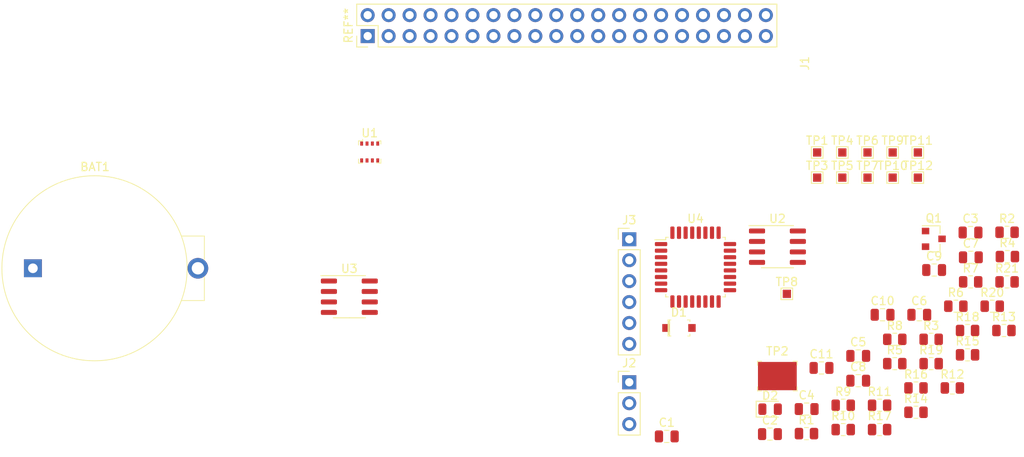
<source format=kicad_pcb>
(kicad_pcb (version 20171130) (host pcbnew "(5.1.8)-1")

  (general
    (thickness 1.6)
    (drawings 0)
    (tracks 0)
    (zones 0)
    (modules 55)
    (nets 85)
  )

  (page A4)
  (layers
    (0 F.Cu signal)
    (31 B.Cu signal)
    (32 B.Adhes user)
    (33 F.Adhes user)
    (34 B.Paste user)
    (35 F.Paste user)
    (36 B.SilkS user)
    (37 F.SilkS user)
    (38 B.Mask user)
    (39 F.Mask user)
    (40 Dwgs.User user)
    (41 Cmts.User user)
    (42 Eco1.User user)
    (43 Eco2.User user)
    (44 Edge.Cuts user)
    (45 Margin user)
    (46 B.CrtYd user)
    (47 F.CrtYd user)
    (48 B.Fab user)
    (49 F.Fab user)
  )

  (setup
    (last_trace_width 0.25)
    (trace_clearance 0.2)
    (zone_clearance 0.508)
    (zone_45_only no)
    (trace_min 0.2)
    (via_size 0.8)
    (via_drill 0.4)
    (via_min_size 0.4)
    (via_min_drill 0.3)
    (uvia_size 0.3)
    (uvia_drill 0.1)
    (uvias_allowed no)
    (uvia_min_size 0.2)
    (uvia_min_drill 0.1)
    (edge_width 0.05)
    (segment_width 0.2)
    (pcb_text_width 0.3)
    (pcb_text_size 1.5 1.5)
    (mod_edge_width 0.12)
    (mod_text_size 1 1)
    (mod_text_width 0.15)
    (pad_size 1.524 1.524)
    (pad_drill 0.762)
    (pad_to_mask_clearance 0)
    (aux_axis_origin 0 0)
    (visible_elements 7FFFFFFF)
    (pcbplotparams
      (layerselection 0x010fc_ffffffff)
      (usegerberextensions false)
      (usegerberattributes true)
      (usegerberadvancedattributes true)
      (creategerberjobfile true)
      (excludeedgelayer true)
      (linewidth 0.100000)
      (plotframeref false)
      (viasonmask false)
      (mode 1)
      (useauxorigin false)
      (hpglpennumber 1)
      (hpglpenspeed 20)
      (hpglpendiameter 15.000000)
      (psnegative false)
      (psa4output false)
      (plotreference true)
      (plotvalue true)
      (plotinvisibletext false)
      (padsonsilk false)
      (subtractmaskfromsilk false)
      (outputformat 1)
      (mirror false)
      (drillshape 1)
      (scaleselection 1)
      (outputdirectory ""))
  )

  (net 0 "")
  (net 1 "Net-(BAT1-PadPos)")
  (net 2 /GPIO10_MOSI)
  (net 3 /GPIO20_PCM_DIN)
  (net 4 GND)
  (net 5 /GPIO22)
  (net 6 +3V3)
  (net 7 /GPIO23)
  (net 8 /GPIO8_CE0)
  (net 9 /GPIO9_MISO)
  (net 10 /GPIO12_PWM0)
  (net 11 /GPIO19_PCM_FS)
  (net 12 /GPIO14_TXD)
  (net 13 /GPIO4_GPCLK0)
  (net 14 /GPIO3_SCL)
  (net 15 /GPIO18_PCM_CLK)
  (net 16 /GPIO6)
  (net 17 /GPIO2_SDA)
  (net 18 /GPIO0_ID_SD)
  (net 19 /GPIO24)
  (net 20 /GPIO7_CE1)
  (net 21 /GPIO15_RXD)
  (net 22 /GPIO16)
  (net 23 /GPIO27)
  (net 24 /GPIO13_PWM1)
  (net 25 /GPIO5)
  (net 26 /GPIO26)
  (net 27 /GPIO1_ID_SC)
  (net 28 /GPIO11_SCLK)
  (net 29 /GPIO21_PCM_DOUT)
  (net 30 /GPIO25)
  (net 31 /GPIO17)
  (net 32 "Net-(C10-Pad2)")
  (net 33 "Net-(C10-Pad1)")
  (net 34 "Net-(C11-Pad2)")
  (net 35 "Net-(C11-Pad1)")
  (net 36 +3.3VP)
  (net 37 "Net-(D2-Pad2)")
  (net 38 "Net-(J1-Pad4)")
  (net 39 "Net-(J1-Pad2)")
  (net 40 "Net-(J2-Pad3)")
  (net 41 "Net-(J2-Pad1)")
  (net 42 "Net-(J3-Pad6)")
  (net 43 "Net-(J3-Pad5)")
  (net 44 "Net-(J3-Pad4)")
  (net 45 "Net-(J3-Pad3)")
  (net 46 "Net-(J3-Pad2)")
  (net 47 /USART2RX)
  (net 48 /USART2TX)
  (net 49 /STM32_SCK)
  (net 50 /STM32_MOSI)
  (net 51 /STM32_MISO)
  (net 52 /SENSOR_CS)
  (net 53 /FRAM_CS)
  (net 54 /FRAM_~WP)
  (net 55 /FRAM_~HOLD)
  (net 56 "Net-(R14-Pad2)")
  (net 57 "Net-(R14-Pad1)")
  (net 58 "Net-(R18-Pad2)")
  (net 59 "Net-(R18-Pad1)")
  (net 60 "Net-(R19-Pad2)")
  (net 61 "Net-(R19-Pad1)")
  (net 62 "Net-(R20-Pad2)")
  (net 63 "Net-(R21-Pad2)")
  (net 64 "Net-(U4-Pad31)")
  (net 65 "Net-(U4-Pad28)")
  (net 66 "Net-(U4-Pad27)")
  (net 67 "Net-(U4-Pad26)")
  (net 68 "Net-(U4-Pad25)")
  (net 69 "Net-(U4-Pad24)")
  (net 70 "Net-(U4-Pad23)")
  (net 71 "Net-(U4-Pad22)")
  (net 72 "Net-(U4-Pad21)")
  (net 73 "Net-(U4-Pad18)")
  (net 74 "Net-(U4-Pad15)")
  (net 75 "Net-(U4-Pad14)")
  (net 76 "Net-(U4-Pad13)")
  (net 77 "Net-(U4-Pad12)")
  (net 78 "Net-(U4-Pad11)")
  (net 79 "Net-(U4-Pad10)")
  (net 80 "Net-(U4-Pad7)")
  (net 81 "Net-(U4-Pad6)")
  (net 82 "Net-(U4-Pad4)")
  (net 83 "Net-(U4-Pad3)")
  (net 84 "Net-(U4-Pad2)")

  (net_class Default "This is the default net class."
    (clearance 0.2)
    (trace_width 0.25)
    (via_dia 0.8)
    (via_drill 0.4)
    (uvia_dia 0.3)
    (uvia_drill 0.1)
    (add_net +3.3VP)
    (add_net +3V3)
    (add_net /FRAM_CS)
    (add_net /FRAM_~HOLD)
    (add_net /FRAM_~WP)
    (add_net /GPIO0_ID_SD)
    (add_net /GPIO10_MOSI)
    (add_net /GPIO11_SCLK)
    (add_net /GPIO12_PWM0)
    (add_net /GPIO13_PWM1)
    (add_net /GPIO14_TXD)
    (add_net /GPIO15_RXD)
    (add_net /GPIO16)
    (add_net /GPIO17)
    (add_net /GPIO18_PCM_CLK)
    (add_net /GPIO19_PCM_FS)
    (add_net /GPIO1_ID_SC)
    (add_net /GPIO20_PCM_DIN)
    (add_net /GPIO21_PCM_DOUT)
    (add_net /GPIO22)
    (add_net /GPIO23)
    (add_net /GPIO24)
    (add_net /GPIO25)
    (add_net /GPIO26)
    (add_net /GPIO27)
    (add_net /GPIO2_SDA)
    (add_net /GPIO3_SCL)
    (add_net /GPIO4_GPCLK0)
    (add_net /GPIO5)
    (add_net /GPIO6)
    (add_net /GPIO7_CE1)
    (add_net /GPIO8_CE0)
    (add_net /GPIO9_MISO)
    (add_net /SENSOR_CS)
    (add_net /STM32_MISO)
    (add_net /STM32_MOSI)
    (add_net /STM32_SCK)
    (add_net /USART2RX)
    (add_net /USART2TX)
    (add_net GND)
    (add_net "Net-(BAT1-PadPos)")
    (add_net "Net-(C10-Pad1)")
    (add_net "Net-(C10-Pad2)")
    (add_net "Net-(C11-Pad1)")
    (add_net "Net-(C11-Pad2)")
    (add_net "Net-(D2-Pad2)")
    (add_net "Net-(J1-Pad2)")
    (add_net "Net-(J1-Pad4)")
    (add_net "Net-(J2-Pad1)")
    (add_net "Net-(J2-Pad3)")
    (add_net "Net-(J3-Pad2)")
    (add_net "Net-(J3-Pad3)")
    (add_net "Net-(J3-Pad4)")
    (add_net "Net-(J3-Pad5)")
    (add_net "Net-(J3-Pad6)")
    (add_net "Net-(R14-Pad1)")
    (add_net "Net-(R14-Pad2)")
    (add_net "Net-(R18-Pad1)")
    (add_net "Net-(R18-Pad2)")
    (add_net "Net-(R19-Pad1)")
    (add_net "Net-(R19-Pad2)")
    (add_net "Net-(R20-Pad2)")
    (add_net "Net-(R21-Pad2)")
    (add_net "Net-(U4-Pad10)")
    (add_net "Net-(U4-Pad11)")
    (add_net "Net-(U4-Pad12)")
    (add_net "Net-(U4-Pad13)")
    (add_net "Net-(U4-Pad14)")
    (add_net "Net-(U4-Pad15)")
    (add_net "Net-(U4-Pad18)")
    (add_net "Net-(U4-Pad2)")
    (add_net "Net-(U4-Pad21)")
    (add_net "Net-(U4-Pad22)")
    (add_net "Net-(U4-Pad23)")
    (add_net "Net-(U4-Pad24)")
    (add_net "Net-(U4-Pad25)")
    (add_net "Net-(U4-Pad26)")
    (add_net "Net-(U4-Pad27)")
    (add_net "Net-(U4-Pad28)")
    (add_net "Net-(U4-Pad3)")
    (add_net "Net-(U4-Pad31)")
    (add_net "Net-(U4-Pad4)")
    (add_net "Net-(U4-Pad6)")
    (add_net "Net-(U4-Pad7)")
  )

  (module TestPoint:TestPoint_Pad_1.0x1.0mm (layer F.Cu) (tedit 5A0F774F) (tstamp 5FEAA03B)
    (at 246.8 101.975)
    (descr "SMD rectangular pad as test Point, square 1.0mm side length")
    (tags "test point SMD pad rectangle square")
    (path /60423087)
    (attr virtual)
    (fp_text reference TP12 (at 0 -1.448) (layer F.SilkS)
      (effects (font (size 1 1) (thickness 0.15)))
    )
    (fp_text value 5016 (at 0 1.55) (layer F.Fab)
      (effects (font (size 1 1) (thickness 0.15)))
    )
    (fp_text user %R (at 0 -1.45) (layer F.Fab)
      (effects (font (size 1 1) (thickness 0.15)))
    )
    (fp_line (start -0.7 -0.7) (end 0.7 -0.7) (layer F.SilkS) (width 0.12))
    (fp_line (start 0.7 -0.7) (end 0.7 0.7) (layer F.SilkS) (width 0.12))
    (fp_line (start 0.7 0.7) (end -0.7 0.7) (layer F.SilkS) (width 0.12))
    (fp_line (start -0.7 0.7) (end -0.7 -0.7) (layer F.SilkS) (width 0.12))
    (fp_line (start -1 -1) (end 1 -1) (layer F.CrtYd) (width 0.05))
    (fp_line (start -1 -1) (end -1 1) (layer F.CrtYd) (width 0.05))
    (fp_line (start 1 1) (end 1 -1) (layer F.CrtYd) (width 0.05))
    (fp_line (start 1 1) (end -1 1) (layer F.CrtYd) (width 0.05))
    (pad 1 smd rect (at 0 0) (size 1 1) (layers F.Cu F.Mask)
      (net 14 /GPIO3_SCL))
  )

  (module TestPoint:TestPoint_Pad_1.0x1.0mm (layer F.Cu) (tedit 5A0F774F) (tstamp 5FEAA02D)
    (at 246.8 98.925)
    (descr "SMD rectangular pad as test Point, square 1.0mm side length")
    (tags "test point SMD pad rectangle square")
    (path /6041C28E)
    (attr virtual)
    (fp_text reference TP11 (at 0 -1.448) (layer F.SilkS)
      (effects (font (size 1 1) (thickness 0.15)))
    )
    (fp_text value 5016 (at 0 1.55) (layer F.Fab)
      (effects (font (size 1 1) (thickness 0.15)))
    )
    (fp_text user %R (at 0 -1.45) (layer F.Fab)
      (effects (font (size 1 1) (thickness 0.15)))
    )
    (fp_line (start -0.7 -0.7) (end 0.7 -0.7) (layer F.SilkS) (width 0.12))
    (fp_line (start 0.7 -0.7) (end 0.7 0.7) (layer F.SilkS) (width 0.12))
    (fp_line (start 0.7 0.7) (end -0.7 0.7) (layer F.SilkS) (width 0.12))
    (fp_line (start -0.7 0.7) (end -0.7 -0.7) (layer F.SilkS) (width 0.12))
    (fp_line (start -1 -1) (end 1 -1) (layer F.CrtYd) (width 0.05))
    (fp_line (start -1 -1) (end -1 1) (layer F.CrtYd) (width 0.05))
    (fp_line (start 1 1) (end 1 -1) (layer F.CrtYd) (width 0.05))
    (fp_line (start 1 1) (end -1 1) (layer F.CrtYd) (width 0.05))
    (pad 1 smd rect (at 0 0) (size 1 1) (layers F.Cu F.Mask)
      (net 17 /GPIO2_SDA))
  )

  (module TestPoint:TestPoint_Pad_1.0x1.0mm (layer F.Cu) (tedit 5A0F774F) (tstamp 5FEAA01F)
    (at 243.75 101.975)
    (descr "SMD rectangular pad as test Point, square 1.0mm side length")
    (tags "test point SMD pad rectangle square")
    (path /60413589)
    (attr virtual)
    (fp_text reference TP10 (at 0 -1.448) (layer F.SilkS)
      (effects (font (size 1 1) (thickness 0.15)))
    )
    (fp_text value 5016 (at 0 1.55) (layer F.Fab)
      (effects (font (size 1 1) (thickness 0.15)))
    )
    (fp_text user %R (at 0 -1.45) (layer F.Fab)
      (effects (font (size 1 1) (thickness 0.15)))
    )
    (fp_line (start -0.7 -0.7) (end 0.7 -0.7) (layer F.SilkS) (width 0.12))
    (fp_line (start 0.7 -0.7) (end 0.7 0.7) (layer F.SilkS) (width 0.12))
    (fp_line (start 0.7 0.7) (end -0.7 0.7) (layer F.SilkS) (width 0.12))
    (fp_line (start -0.7 0.7) (end -0.7 -0.7) (layer F.SilkS) (width 0.12))
    (fp_line (start -1 -1) (end 1 -1) (layer F.CrtYd) (width 0.05))
    (fp_line (start -1 -1) (end -1 1) (layer F.CrtYd) (width 0.05))
    (fp_line (start 1 1) (end 1 -1) (layer F.CrtYd) (width 0.05))
    (fp_line (start 1 1) (end -1 1) (layer F.CrtYd) (width 0.05))
    (pad 1 smd rect (at 0 0) (size 1 1) (layers F.Cu F.Mask)
      (net 51 /STM32_MISO))
  )

  (module TestPoint:TestPoint_Pad_1.0x1.0mm (layer F.Cu) (tedit 5A0F774F) (tstamp 5FEAA011)
    (at 243.75 98.925)
    (descr "SMD rectangular pad as test Point, square 1.0mm side length")
    (tags "test point SMD pad rectangle square")
    (path /6041AD12)
    (attr virtual)
    (fp_text reference TP9 (at 0 -1.448) (layer F.SilkS)
      (effects (font (size 1 1) (thickness 0.15)))
    )
    (fp_text value 5016 (at 0 1.55) (layer F.Fab)
      (effects (font (size 1 1) (thickness 0.15)))
    )
    (fp_text user %R (at 0 -1.45) (layer F.Fab)
      (effects (font (size 1 1) (thickness 0.15)))
    )
    (fp_line (start -0.7 -0.7) (end 0.7 -0.7) (layer F.SilkS) (width 0.12))
    (fp_line (start 0.7 -0.7) (end 0.7 0.7) (layer F.SilkS) (width 0.12))
    (fp_line (start 0.7 0.7) (end -0.7 0.7) (layer F.SilkS) (width 0.12))
    (fp_line (start -0.7 0.7) (end -0.7 -0.7) (layer F.SilkS) (width 0.12))
    (fp_line (start -1 -1) (end 1 -1) (layer F.CrtYd) (width 0.05))
    (fp_line (start -1 -1) (end -1 1) (layer F.CrtYd) (width 0.05))
    (fp_line (start 1 1) (end 1 -1) (layer F.CrtYd) (width 0.05))
    (fp_line (start 1 1) (end -1 1) (layer F.CrtYd) (width 0.05))
    (pad 1 smd rect (at 0 0) (size 1 1) (layers F.Cu F.Mask)
      (net 50 /STM32_MOSI))
  )

  (module TestPoint:TestPoint_Pad_1.0x1.0mm (layer F.Cu) (tedit 5A0F774F) (tstamp 5FEA8823)
    (at 230.925 116.075)
    (descr "SMD rectangular pad as test Point, square 1.0mm side length")
    (tags "test point SMD pad rectangle square")
    (path /5FF74F53)
    (attr virtual)
    (fp_text reference TP8 (at 0 -1.448) (layer F.SilkS)
      (effects (font (size 1 1) (thickness 0.15)))
    )
    (fp_text value 5016 (at 0 1.55) (layer F.Fab)
      (effects (font (size 1 1) (thickness 0.15)))
    )
    (fp_text user %R (at 0 -1.45) (layer F.Fab)
      (effects (font (size 1 1) (thickness 0.15)))
    )
    (fp_line (start -0.7 -0.7) (end 0.7 -0.7) (layer F.SilkS) (width 0.12))
    (fp_line (start 0.7 -0.7) (end 0.7 0.7) (layer F.SilkS) (width 0.12))
    (fp_line (start 0.7 0.7) (end -0.7 0.7) (layer F.SilkS) (width 0.12))
    (fp_line (start -0.7 0.7) (end -0.7 -0.7) (layer F.SilkS) (width 0.12))
    (fp_line (start -1 -1) (end 1 -1) (layer F.CrtYd) (width 0.05))
    (fp_line (start -1 -1) (end -1 1) (layer F.CrtYd) (width 0.05))
    (fp_line (start 1 1) (end 1 -1) (layer F.CrtYd) (width 0.05))
    (fp_line (start 1 1) (end -1 1) (layer F.CrtYd) (width 0.05))
    (pad 1 smd rect (at 0 0) (size 1 1) (layers F.Cu F.Mask)
      (net 6 +3V3))
  )

  (module TestPoint:TestPoint_Pad_1.0x1.0mm (layer F.Cu) (tedit 5A0F774F) (tstamp 5FEA9FF6)
    (at 240.7 101.975)
    (descr "SMD rectangular pad as test Point, square 1.0mm side length")
    (tags "test point SMD pad rectangle square")
    (path /6041B4B7)
    (attr virtual)
    (fp_text reference TP7 (at 0 -1.448) (layer F.SilkS)
      (effects (font (size 1 1) (thickness 0.15)))
    )
    (fp_text value 5016 (at 0 1.55) (layer F.Fab)
      (effects (font (size 1 1) (thickness 0.15)))
    )
    (fp_text user %R (at 0 -1.45) (layer F.Fab)
      (effects (font (size 1 1) (thickness 0.15)))
    )
    (fp_line (start -0.7 -0.7) (end 0.7 -0.7) (layer F.SilkS) (width 0.12))
    (fp_line (start 0.7 -0.7) (end 0.7 0.7) (layer F.SilkS) (width 0.12))
    (fp_line (start 0.7 0.7) (end -0.7 0.7) (layer F.SilkS) (width 0.12))
    (fp_line (start -0.7 0.7) (end -0.7 -0.7) (layer F.SilkS) (width 0.12))
    (fp_line (start -1 -1) (end 1 -1) (layer F.CrtYd) (width 0.05))
    (fp_line (start -1 -1) (end -1 1) (layer F.CrtYd) (width 0.05))
    (fp_line (start 1 1) (end 1 -1) (layer F.CrtYd) (width 0.05))
    (fp_line (start 1 1) (end -1 1) (layer F.CrtYd) (width 0.05))
    (pad 1 smd rect (at 0 0) (size 1 1) (layers F.Cu F.Mask)
      (net 49 /STM32_SCK))
  )

  (module TestPoint:TestPoint_Pad_1.0x1.0mm (layer F.Cu) (tedit 5A0F774F) (tstamp 5FEA9FE8)
    (at 240.7 98.925)
    (descr "SMD rectangular pad as test Point, square 1.0mm side length")
    (tags "test point SMD pad rectangle square")
    (path /60412D66)
    (attr virtual)
    (fp_text reference TP6 (at 0 -1.448) (layer F.SilkS)
      (effects (font (size 1 1) (thickness 0.15)))
    )
    (fp_text value 5016 (at 0 1.55) (layer F.Fab)
      (effects (font (size 1 1) (thickness 0.15)))
    )
    (fp_text user %R (at 0 -1.45) (layer F.Fab)
      (effects (font (size 1 1) (thickness 0.15)))
    )
    (fp_line (start -0.7 -0.7) (end 0.7 -0.7) (layer F.SilkS) (width 0.12))
    (fp_line (start 0.7 -0.7) (end 0.7 0.7) (layer F.SilkS) (width 0.12))
    (fp_line (start 0.7 0.7) (end -0.7 0.7) (layer F.SilkS) (width 0.12))
    (fp_line (start -0.7 0.7) (end -0.7 -0.7) (layer F.SilkS) (width 0.12))
    (fp_line (start -1 -1) (end 1 -1) (layer F.CrtYd) (width 0.05))
    (fp_line (start -1 -1) (end -1 1) (layer F.CrtYd) (width 0.05))
    (fp_line (start 1 1) (end 1 -1) (layer F.CrtYd) (width 0.05))
    (fp_line (start 1 1) (end -1 1) (layer F.CrtYd) (width 0.05))
    (pad 1 smd rect (at 0 0) (size 1 1) (layers F.Cu F.Mask)
      (net 27 /GPIO1_ID_SC))
  )

  (module TestPoint:TestPoint_Pad_1.0x1.0mm (layer F.Cu) (tedit 5A0F774F) (tstamp 5FEA9FDA)
    (at 237.65 101.975)
    (descr "SMD rectangular pad as test Point, square 1.0mm side length")
    (tags "test point SMD pad rectangle square")
    (path /6040A457)
    (attr virtual)
    (fp_text reference TP5 (at 0 -1.448) (layer F.SilkS)
      (effects (font (size 1 1) (thickness 0.15)))
    )
    (fp_text value 5016 (at 0 1.55) (layer F.Fab)
      (effects (font (size 1 1) (thickness 0.15)))
    )
    (fp_text user %R (at 0 -1.45) (layer F.Fab)
      (effects (font (size 1 1) (thickness 0.15)))
    )
    (fp_line (start -0.7 -0.7) (end 0.7 -0.7) (layer F.SilkS) (width 0.12))
    (fp_line (start 0.7 -0.7) (end 0.7 0.7) (layer F.SilkS) (width 0.12))
    (fp_line (start 0.7 0.7) (end -0.7 0.7) (layer F.SilkS) (width 0.12))
    (fp_line (start -0.7 0.7) (end -0.7 -0.7) (layer F.SilkS) (width 0.12))
    (fp_line (start -1 -1) (end 1 -1) (layer F.CrtYd) (width 0.05))
    (fp_line (start -1 -1) (end -1 1) (layer F.CrtYd) (width 0.05))
    (fp_line (start 1 1) (end 1 -1) (layer F.CrtYd) (width 0.05))
    (fp_line (start 1 1) (end -1 1) (layer F.CrtYd) (width 0.05))
    (pad 1 smd rect (at 0 0) (size 1 1) (layers F.Cu F.Mask)
      (net 4 GND))
  )

  (module TestPoint:TestPoint_Pad_1.0x1.0mm (layer F.Cu) (tedit 5A0F774F) (tstamp 5FEA9FCC)
    (at 237.65 98.925)
    (descr "SMD rectangular pad as test Point, square 1.0mm side length")
    (tags "test point SMD pad rectangle square")
    (path /604083E4)
    (attr virtual)
    (fp_text reference TP4 (at 0 -1.448) (layer F.SilkS)
      (effects (font (size 1 1) (thickness 0.15)))
    )
    (fp_text value 5016 (at 0 1.55) (layer F.Fab)
      (effects (font (size 1 1) (thickness 0.15)))
    )
    (fp_text user %R (at 0 -1.45) (layer F.Fab)
      (effects (font (size 1 1) (thickness 0.15)))
    )
    (fp_line (start -0.7 -0.7) (end 0.7 -0.7) (layer F.SilkS) (width 0.12))
    (fp_line (start 0.7 -0.7) (end 0.7 0.7) (layer F.SilkS) (width 0.12))
    (fp_line (start 0.7 0.7) (end -0.7 0.7) (layer F.SilkS) (width 0.12))
    (fp_line (start -0.7 0.7) (end -0.7 -0.7) (layer F.SilkS) (width 0.12))
    (fp_line (start -1 -1) (end 1 -1) (layer F.CrtYd) (width 0.05))
    (fp_line (start -1 -1) (end -1 1) (layer F.CrtYd) (width 0.05))
    (fp_line (start 1 1) (end 1 -1) (layer F.CrtYd) (width 0.05))
    (fp_line (start 1 1) (end -1 1) (layer F.CrtYd) (width 0.05))
    (pad 1 smd rect (at 0 0) (size 1 1) (layers F.Cu F.Mask)
      (net 4 GND))
  )

  (module TestPoint:TestPoint_Pad_1.0x1.0mm (layer F.Cu) (tedit 5A0F774F) (tstamp 5FEA9FBE)
    (at 234.6 101.975)
    (descr "SMD rectangular pad as test Point, square 1.0mm side length")
    (tags "test point SMD pad rectangle square")
    (path /6040C7A2)
    (attr virtual)
    (fp_text reference TP3 (at 0 -1.448) (layer F.SilkS)
      (effects (font (size 1 1) (thickness 0.15)))
    )
    (fp_text value 5016 (at 0 1.55) (layer F.Fab)
      (effects (font (size 1 1) (thickness 0.15)))
    )
    (fp_text user %R (at 0 -1.45) (layer F.Fab)
      (effects (font (size 1 1) (thickness 0.15)))
    )
    (fp_line (start -0.7 -0.7) (end 0.7 -0.7) (layer F.SilkS) (width 0.12))
    (fp_line (start 0.7 -0.7) (end 0.7 0.7) (layer F.SilkS) (width 0.12))
    (fp_line (start 0.7 0.7) (end -0.7 0.7) (layer F.SilkS) (width 0.12))
    (fp_line (start -0.7 0.7) (end -0.7 -0.7) (layer F.SilkS) (width 0.12))
    (fp_line (start -1 -1) (end 1 -1) (layer F.CrtYd) (width 0.05))
    (fp_line (start -1 -1) (end -1 1) (layer F.CrtYd) (width 0.05))
    (fp_line (start 1 1) (end 1 -1) (layer F.CrtYd) (width 0.05))
    (fp_line (start 1 1) (end -1 1) (layer F.CrtYd) (width 0.05))
    (pad 1 smd rect (at 0 0) (size 1 1) (layers F.Cu F.Mask)
      (net 18 /GPIO0_ID_SD))
  )

  (module TestPoint:TestPoint_Pad_1.0x1.0mm (layer F.Cu) (tedit 5A0F774F) (tstamp 5FEA9F86)
    (at 234.6 98.925)
    (descr "SMD rectangular pad as test Point, square 1.0mm side length")
    (tags "test point SMD pad rectangle square")
    (path /6040AC6E)
    (attr virtual)
    (fp_text reference TP1 (at 0 -1.448) (layer F.SilkS)
      (effects (font (size 1 1) (thickness 0.15)))
    )
    (fp_text value 5016 (at 0 1.55) (layer F.Fab)
      (effects (font (size 1 1) (thickness 0.15)))
    )
    (fp_text user %R (at 0 -1.45) (layer F.Fab)
      (effects (font (size 1 1) (thickness 0.15)))
    )
    (fp_line (start -0.7 -0.7) (end 0.7 -0.7) (layer F.SilkS) (width 0.12))
    (fp_line (start 0.7 -0.7) (end 0.7 0.7) (layer F.SilkS) (width 0.12))
    (fp_line (start 0.7 0.7) (end -0.7 0.7) (layer F.SilkS) (width 0.12))
    (fp_line (start -0.7 0.7) (end -0.7 -0.7) (layer F.SilkS) (width 0.12))
    (fp_line (start -1 -1) (end 1 -1) (layer F.CrtYd) (width 0.05))
    (fp_line (start -1 -1) (end -1 1) (layer F.CrtYd) (width 0.05))
    (fp_line (start 1 1) (end 1 -1) (layer F.CrtYd) (width 0.05))
    (fp_line (start 1 1) (end -1 1) (layer F.CrtYd) (width 0.05))
    (pad 1 smd rect (at 0 0) (size 1 1) (layers F.Cu F.Mask)
      (net 36 +3.3VP))
  )

  (module Package_QFP:LQFP-32_7x7mm_P0.8mm (layer F.Cu) (tedit 5D9F72AF) (tstamp 5FEA8949)
    (at 219.855 112.835)
    (descr "LQFP, 32 Pin (https://www.nxp.com/docs/en/package-information/SOT358-1.pdf), generated with kicad-footprint-generator ipc_gullwing_generator.py")
    (tags "LQFP QFP")
    (path /6023055D)
    (attr smd)
    (fp_text reference U4 (at 0 -5.88) (layer F.SilkS)
      (effects (font (size 1 1) (thickness 0.15)))
    )
    (fp_text value STM32L062K8Tx (at 0 5.88) (layer F.Fab)
      (effects (font (size 1 1) (thickness 0.15)))
    )
    (fp_text user %R (at 0 0) (layer F.Fab)
      (effects (font (size 1 1) (thickness 0.15)))
    )
    (fp_line (start 3.31 3.61) (end 3.61 3.61) (layer F.SilkS) (width 0.12))
    (fp_line (start 3.61 3.61) (end 3.61 3.31) (layer F.SilkS) (width 0.12))
    (fp_line (start -3.31 3.61) (end -3.61 3.61) (layer F.SilkS) (width 0.12))
    (fp_line (start -3.61 3.61) (end -3.61 3.31) (layer F.SilkS) (width 0.12))
    (fp_line (start 3.31 -3.61) (end 3.61 -3.61) (layer F.SilkS) (width 0.12))
    (fp_line (start 3.61 -3.61) (end 3.61 -3.31) (layer F.SilkS) (width 0.12))
    (fp_line (start -3.31 -3.61) (end -3.61 -3.61) (layer F.SilkS) (width 0.12))
    (fp_line (start -3.61 -3.61) (end -3.61 -3.31) (layer F.SilkS) (width 0.12))
    (fp_line (start -3.61 -3.31) (end -4.925 -3.31) (layer F.SilkS) (width 0.12))
    (fp_line (start -2.5 -3.5) (end 3.5 -3.5) (layer F.Fab) (width 0.1))
    (fp_line (start 3.5 -3.5) (end 3.5 3.5) (layer F.Fab) (width 0.1))
    (fp_line (start 3.5 3.5) (end -3.5 3.5) (layer F.Fab) (width 0.1))
    (fp_line (start -3.5 3.5) (end -3.5 -2.5) (layer F.Fab) (width 0.1))
    (fp_line (start -3.5 -2.5) (end -2.5 -3.5) (layer F.Fab) (width 0.1))
    (fp_line (start 0 -5.18) (end -3.3 -5.18) (layer F.CrtYd) (width 0.05))
    (fp_line (start -3.3 -5.18) (end -3.3 -3.75) (layer F.CrtYd) (width 0.05))
    (fp_line (start -3.3 -3.75) (end -3.75 -3.75) (layer F.CrtYd) (width 0.05))
    (fp_line (start -3.75 -3.75) (end -3.75 -3.3) (layer F.CrtYd) (width 0.05))
    (fp_line (start -3.75 -3.3) (end -5.18 -3.3) (layer F.CrtYd) (width 0.05))
    (fp_line (start -5.18 -3.3) (end -5.18 0) (layer F.CrtYd) (width 0.05))
    (fp_line (start 0 -5.18) (end 3.3 -5.18) (layer F.CrtYd) (width 0.05))
    (fp_line (start 3.3 -5.18) (end 3.3 -3.75) (layer F.CrtYd) (width 0.05))
    (fp_line (start 3.3 -3.75) (end 3.75 -3.75) (layer F.CrtYd) (width 0.05))
    (fp_line (start 3.75 -3.75) (end 3.75 -3.3) (layer F.CrtYd) (width 0.05))
    (fp_line (start 3.75 -3.3) (end 5.18 -3.3) (layer F.CrtYd) (width 0.05))
    (fp_line (start 5.18 -3.3) (end 5.18 0) (layer F.CrtYd) (width 0.05))
    (fp_line (start 0 5.18) (end -3.3 5.18) (layer F.CrtYd) (width 0.05))
    (fp_line (start -3.3 5.18) (end -3.3 3.75) (layer F.CrtYd) (width 0.05))
    (fp_line (start -3.3 3.75) (end -3.75 3.75) (layer F.CrtYd) (width 0.05))
    (fp_line (start -3.75 3.75) (end -3.75 3.3) (layer F.CrtYd) (width 0.05))
    (fp_line (start -3.75 3.3) (end -5.18 3.3) (layer F.CrtYd) (width 0.05))
    (fp_line (start -5.18 3.3) (end -5.18 0) (layer F.CrtYd) (width 0.05))
    (fp_line (start 0 5.18) (end 3.3 5.18) (layer F.CrtYd) (width 0.05))
    (fp_line (start 3.3 5.18) (end 3.3 3.75) (layer F.CrtYd) (width 0.05))
    (fp_line (start 3.3 3.75) (end 3.75 3.75) (layer F.CrtYd) (width 0.05))
    (fp_line (start 3.75 3.75) (end 3.75 3.3) (layer F.CrtYd) (width 0.05))
    (fp_line (start 3.75 3.3) (end 5.18 3.3) (layer F.CrtYd) (width 0.05))
    (fp_line (start 5.18 3.3) (end 5.18 0) (layer F.CrtYd) (width 0.05))
    (pad 32 smd roundrect (at -2.8 -4.175) (size 0.5 1.5) (layers F.Cu F.Paste F.Mask) (roundrect_rratio 0.25)
      (net 4 GND))
    (pad 31 smd roundrect (at -2 -4.175) (size 0.5 1.5) (layers F.Cu F.Paste F.Mask) (roundrect_rratio 0.25)
      (net 64 "Net-(U4-Pad31)"))
    (pad 30 smd roundrect (at -1.2 -4.175) (size 0.5 1.5) (layers F.Cu F.Paste F.Mask) (roundrect_rratio 0.25)
      (net 17 /GPIO2_SDA))
    (pad 29 smd roundrect (at -0.4 -4.175) (size 0.5 1.5) (layers F.Cu F.Paste F.Mask) (roundrect_rratio 0.25)
      (net 14 /GPIO3_SCL))
    (pad 28 smd roundrect (at 0.4 -4.175) (size 0.5 1.5) (layers F.Cu F.Paste F.Mask) (roundrect_rratio 0.25)
      (net 65 "Net-(U4-Pad28)"))
    (pad 27 smd roundrect (at 1.2 -4.175) (size 0.5 1.5) (layers F.Cu F.Paste F.Mask) (roundrect_rratio 0.25)
      (net 66 "Net-(U4-Pad27)"))
    (pad 26 smd roundrect (at 2 -4.175) (size 0.5 1.5) (layers F.Cu F.Paste F.Mask) (roundrect_rratio 0.25)
      (net 67 "Net-(U4-Pad26)"))
    (pad 25 smd roundrect (at 2.8 -4.175) (size 0.5 1.5) (layers F.Cu F.Paste F.Mask) (roundrect_rratio 0.25)
      (net 68 "Net-(U4-Pad25)"))
    (pad 24 smd roundrect (at 4.175 -2.8) (size 1.5 0.5) (layers F.Cu F.Paste F.Mask) (roundrect_rratio 0.25)
      (net 69 "Net-(U4-Pad24)"))
    (pad 23 smd roundrect (at 4.175 -2) (size 1.5 0.5) (layers F.Cu F.Paste F.Mask) (roundrect_rratio 0.25)
      (net 70 "Net-(U4-Pad23)"))
    (pad 22 smd roundrect (at 4.175 -1.2) (size 1.5 0.5) (layers F.Cu F.Paste F.Mask) (roundrect_rratio 0.25)
      (net 71 "Net-(U4-Pad22)"))
    (pad 21 smd roundrect (at 4.175 -0.4) (size 1.5 0.5) (layers F.Cu F.Paste F.Mask) (roundrect_rratio 0.25)
      (net 72 "Net-(U4-Pad21)"))
    (pad 20 smd roundrect (at 4.175 0.4) (size 1.5 0.5) (layers F.Cu F.Paste F.Mask) (roundrect_rratio 0.25)
      (net 63 "Net-(R21-Pad2)"))
    (pad 19 smd roundrect (at 4.175 1.2) (size 1.5 0.5) (layers F.Cu F.Paste F.Mask) (roundrect_rratio 0.25)
      (net 62 "Net-(R20-Pad2)"))
    (pad 18 smd roundrect (at 4.175 2) (size 1.5 0.5) (layers F.Cu F.Paste F.Mask) (roundrect_rratio 0.25)
      (net 73 "Net-(U4-Pad18)"))
    (pad 17 smd roundrect (at 4.175 2.8) (size 1.5 0.5) (layers F.Cu F.Paste F.Mask) (roundrect_rratio 0.25)
      (net 6 +3V3))
    (pad 16 smd roundrect (at 2.8 4.175) (size 0.5 1.5) (layers F.Cu F.Paste F.Mask) (roundrect_rratio 0.25)
      (net 4 GND))
    (pad 15 smd roundrect (at 2 4.175) (size 0.5 1.5) (layers F.Cu F.Paste F.Mask) (roundrect_rratio 0.25)
      (net 74 "Net-(U4-Pad15)"))
    (pad 14 smd roundrect (at 1.2 4.175) (size 0.5 1.5) (layers F.Cu F.Paste F.Mask) (roundrect_rratio 0.25)
      (net 75 "Net-(U4-Pad14)"))
    (pad 13 smd roundrect (at 0.4 4.175) (size 0.5 1.5) (layers F.Cu F.Paste F.Mask) (roundrect_rratio 0.25)
      (net 76 "Net-(U4-Pad13)"))
    (pad 12 smd roundrect (at -0.4 4.175) (size 0.5 1.5) (layers F.Cu F.Paste F.Mask) (roundrect_rratio 0.25)
      (net 77 "Net-(U4-Pad12)"))
    (pad 11 smd roundrect (at -1.2 4.175) (size 0.5 1.5) (layers F.Cu F.Paste F.Mask) (roundrect_rratio 0.25)
      (net 78 "Net-(U4-Pad11)"))
    (pad 10 smd roundrect (at -2 4.175) (size 0.5 1.5) (layers F.Cu F.Paste F.Mask) (roundrect_rratio 0.25)
      (net 79 "Net-(U4-Pad10)"))
    (pad 9 smd roundrect (at -2.8 4.175) (size 0.5 1.5) (layers F.Cu F.Paste F.Mask) (roundrect_rratio 0.25)
      (net 47 /USART2RX))
    (pad 8 smd roundrect (at -4.175 2.8) (size 1.5 0.5) (layers F.Cu F.Paste F.Mask) (roundrect_rratio 0.25)
      (net 48 /USART2TX))
    (pad 7 smd roundrect (at -4.175 2) (size 1.5 0.5) (layers F.Cu F.Paste F.Mask) (roundrect_rratio 0.25)
      (net 80 "Net-(U4-Pad7)"))
    (pad 6 smd roundrect (at -4.175 1.2) (size 1.5 0.5) (layers F.Cu F.Paste F.Mask) (roundrect_rratio 0.25)
      (net 81 "Net-(U4-Pad6)"))
    (pad 5 smd roundrect (at -4.175 0.4) (size 1.5 0.5) (layers F.Cu F.Paste F.Mask) (roundrect_rratio 0.25)
      (net 6 +3V3))
    (pad 4 smd roundrect (at -4.175 -0.4) (size 1.5 0.5) (layers F.Cu F.Paste F.Mask) (roundrect_rratio 0.25)
      (net 82 "Net-(U4-Pad4)"))
    (pad 3 smd roundrect (at -4.175 -1.2) (size 1.5 0.5) (layers F.Cu F.Paste F.Mask) (roundrect_rratio 0.25)
      (net 83 "Net-(U4-Pad3)"))
    (pad 2 smd roundrect (at -4.175 -2) (size 1.5 0.5) (layers F.Cu F.Paste F.Mask) (roundrect_rratio 0.25)
      (net 84 "Net-(U4-Pad2)"))
    (pad 1 smd roundrect (at -4.175 -2.8) (size 1.5 0.5) (layers F.Cu F.Paste F.Mask) (roundrect_rratio 0.25)
      (net 6 +3V3))
    (model ${KISYS3DMOD}/Package_QFP.3dshapes/LQFP-32_7x7mm_P0.8mm.wrl
      (at (xyz 0 0 0))
      (scale (xyz 1 1 1))
      (rotate (xyz 0 0 0))
    )
  )

  (module Package_SO:SOIC-8_3.9x4.9mm_P1.27mm (layer F.Cu) (tedit 5D9F72B1) (tstamp 5FEA68E9)
    (at 177.9 116.425)
    (descr "SOIC, 8 Pin (JEDEC MS-012AA, https://www.analog.com/media/en/package-pcb-resources/package/pkg_pdf/soic_narrow-r/r_8.pdf), generated with kicad-footprint-generator ipc_gullwing_generator.py")
    (tags "SOIC SO")
    (path /5FEA3E28)
    (attr smd)
    (fp_text reference U3 (at 0 -3.4) (layer F.SilkS)
      (effects (font (size 1 1) (thickness 0.15)))
    )
    (fp_text value FM25V10-G (at 0 3.4) (layer F.Fab)
      (effects (font (size 1 1) (thickness 0.15)))
    )
    (fp_text user %R (at 0 0) (layer F.Fab)
      (effects (font (size 0.98 0.98) (thickness 0.15)))
    )
    (fp_line (start 0 2.56) (end 1.95 2.56) (layer F.SilkS) (width 0.12))
    (fp_line (start 0 2.56) (end -1.95 2.56) (layer F.SilkS) (width 0.12))
    (fp_line (start 0 -2.56) (end 1.95 -2.56) (layer F.SilkS) (width 0.12))
    (fp_line (start 0 -2.56) (end -3.45 -2.56) (layer F.SilkS) (width 0.12))
    (fp_line (start -0.975 -2.45) (end 1.95 -2.45) (layer F.Fab) (width 0.1))
    (fp_line (start 1.95 -2.45) (end 1.95 2.45) (layer F.Fab) (width 0.1))
    (fp_line (start 1.95 2.45) (end -1.95 2.45) (layer F.Fab) (width 0.1))
    (fp_line (start -1.95 2.45) (end -1.95 -1.475) (layer F.Fab) (width 0.1))
    (fp_line (start -1.95 -1.475) (end -0.975 -2.45) (layer F.Fab) (width 0.1))
    (fp_line (start -3.7 -2.7) (end -3.7 2.7) (layer F.CrtYd) (width 0.05))
    (fp_line (start -3.7 2.7) (end 3.7 2.7) (layer F.CrtYd) (width 0.05))
    (fp_line (start 3.7 2.7) (end 3.7 -2.7) (layer F.CrtYd) (width 0.05))
    (fp_line (start 3.7 -2.7) (end -3.7 -2.7) (layer F.CrtYd) (width 0.05))
    (pad 8 smd roundrect (at 2.475 -1.905) (size 1.95 0.6) (layers F.Cu F.Paste F.Mask) (roundrect_rratio 0.25)
      (net 6 +3V3))
    (pad 7 smd roundrect (at 2.475 -0.635) (size 1.95 0.6) (layers F.Cu F.Paste F.Mask) (roundrect_rratio 0.25)
      (net 55 /FRAM_~HOLD))
    (pad 6 smd roundrect (at 2.475 0.635) (size 1.95 0.6) (layers F.Cu F.Paste F.Mask) (roundrect_rratio 0.25)
      (net 49 /STM32_SCK))
    (pad 5 smd roundrect (at 2.475 1.905) (size 1.95 0.6) (layers F.Cu F.Paste F.Mask) (roundrect_rratio 0.25)
      (net 50 /STM32_MOSI))
    (pad 4 smd roundrect (at -2.475 1.905) (size 1.95 0.6) (layers F.Cu F.Paste F.Mask) (roundrect_rratio 0.25)
      (net 4 GND))
    (pad 3 smd roundrect (at -2.475 0.635) (size 1.95 0.6) (layers F.Cu F.Paste F.Mask) (roundrect_rratio 0.25)
      (net 54 /FRAM_~WP))
    (pad 2 smd roundrect (at -2.475 -0.635) (size 1.95 0.6) (layers F.Cu F.Paste F.Mask) (roundrect_rratio 0.25)
      (net 51 /STM32_MISO))
    (pad 1 smd roundrect (at -2.475 -1.905) (size 1.95 0.6) (layers F.Cu F.Paste F.Mask) (roundrect_rratio 0.25)
      (net 53 /FRAM_CS))
    (model ${KISYS3DMOD}/Package_SO.3dshapes/SOIC-8_3.9x4.9mm_P1.27mm.wrl
      (at (xyz 0 0 0))
      (scale (xyz 1 1 1))
      (rotate (xyz 0 0 0))
    )
  )

  (module Package_SO:SOIC-8_3.9x4.9mm_P1.27mm (layer F.Cu) (tedit 5D9F72B1) (tstamp 5FEA88E5)
    (at 229.785 110.355)
    (descr "SOIC, 8 Pin (JEDEC MS-012AA, https://www.analog.com/media/en/package-pcb-resources/package/pkg_pdf/soic_narrow-r/r_8.pdf), generated with kicad-footprint-generator ipc_gullwing_generator.py")
    (tags "SOIC SO")
    (path /5FF2B638)
    (attr smd)
    (fp_text reference U2 (at 0 -3.4) (layer F.SilkS)
      (effects (font (size 1 1) (thickness 0.15)))
    )
    (fp_text value CAT24C128 (at 0 3.4) (layer F.Fab)
      (effects (font (size 1 1) (thickness 0.15)))
    )
    (fp_text user %R (at 0 0) (layer F.Fab)
      (effects (font (size 0.98 0.98) (thickness 0.15)))
    )
    (fp_line (start 0 2.56) (end 1.95 2.56) (layer F.SilkS) (width 0.12))
    (fp_line (start 0 2.56) (end -1.95 2.56) (layer F.SilkS) (width 0.12))
    (fp_line (start 0 -2.56) (end 1.95 -2.56) (layer F.SilkS) (width 0.12))
    (fp_line (start 0 -2.56) (end -3.45 -2.56) (layer F.SilkS) (width 0.12))
    (fp_line (start -0.975 -2.45) (end 1.95 -2.45) (layer F.Fab) (width 0.1))
    (fp_line (start 1.95 -2.45) (end 1.95 2.45) (layer F.Fab) (width 0.1))
    (fp_line (start 1.95 2.45) (end -1.95 2.45) (layer F.Fab) (width 0.1))
    (fp_line (start -1.95 2.45) (end -1.95 -1.475) (layer F.Fab) (width 0.1))
    (fp_line (start -1.95 -1.475) (end -0.975 -2.45) (layer F.Fab) (width 0.1))
    (fp_line (start -3.7 -2.7) (end -3.7 2.7) (layer F.CrtYd) (width 0.05))
    (fp_line (start -3.7 2.7) (end 3.7 2.7) (layer F.CrtYd) (width 0.05))
    (fp_line (start 3.7 2.7) (end 3.7 -2.7) (layer F.CrtYd) (width 0.05))
    (fp_line (start 3.7 -2.7) (end -3.7 -2.7) (layer F.CrtYd) (width 0.05))
    (pad 8 smd roundrect (at 2.475 -1.905) (size 1.95 0.6) (layers F.Cu F.Paste F.Mask) (roundrect_rratio 0.25)
      (net 36 +3.3VP))
    (pad 7 smd roundrect (at 2.475 -0.635) (size 1.95 0.6) (layers F.Cu F.Paste F.Mask) (roundrect_rratio 0.25)
      (net 40 "Net-(J2-Pad3)"))
    (pad 6 smd roundrect (at 2.475 0.635) (size 1.95 0.6) (layers F.Cu F.Paste F.Mask) (roundrect_rratio 0.25)
      (net 27 /GPIO1_ID_SC))
    (pad 5 smd roundrect (at 2.475 1.905) (size 1.95 0.6) (layers F.Cu F.Paste F.Mask) (roundrect_rratio 0.25)
      (net 18 /GPIO0_ID_SD))
    (pad 4 smd roundrect (at -2.475 1.905) (size 1.95 0.6) (layers F.Cu F.Paste F.Mask) (roundrect_rratio 0.25)
      (net 4 GND))
    (pad 3 smd roundrect (at -2.475 0.635) (size 1.95 0.6) (layers F.Cu F.Paste F.Mask) (roundrect_rratio 0.25)
      (net 4 GND))
    (pad 2 smd roundrect (at -2.475 -0.635) (size 1.95 0.6) (layers F.Cu F.Paste F.Mask) (roundrect_rratio 0.25)
      (net 4 GND))
    (pad 1 smd roundrect (at -2.475 -1.905) (size 1.95 0.6) (layers F.Cu F.Paste F.Mask) (roundrect_rratio 0.25)
      (net 4 GND))
    (model ${KISYS3DMOD}/Package_SO.3dshapes/SOIC-8_3.9x4.9mm_P1.27mm.wrl
      (at (xyz 0 0 0))
      (scale (xyz 1 1 1))
      (rotate (xyz 0 0 0))
    )
  )

  (module digikey-footprints:Test_Point_3.43x1.78mm (layer F.Cu) (tedit 5D28A732) (tstamp 5FEA879F)
    (at 229.775 126.055)
    (path /5FF713DA)
    (attr smd)
    (fp_text reference TP2 (at 0 -3.02) (layer F.SilkS)
      (effects (font (size 1 1) (thickness 0.15)))
    )
    (fp_text value 5016 (at 0 3.1) (layer F.Fab)
      (effects (font (size 1 1) (thickness 0.15)))
    )
    (fp_text user %R (at 0 0) (layer F.Fab)
      (effects (font (size 0.5 0.5) (thickness 0.05)))
    )
    (fp_line (start 2.6 -1.97) (end 2.6 1.97) (layer F.CrtYd) (width 0.05))
    (fp_line (start 2.6 1.97) (end -2.6 1.97) (layer F.CrtYd) (width 0.05))
    (fp_line (start -2.6 -1.97) (end -2.6 1.97) (layer F.CrtYd) (width 0.05))
    (fp_line (start 2.6 -1.97) (end -2.6 -1.97) (layer F.CrtYd) (width 0.05))
    (fp_line (start 2.4 1.8) (end 2.4 1.3) (layer F.SilkS) (width 0.1))
    (fp_line (start 1.9 1.8) (end 2.4 1.8) (layer F.SilkS) (width 0.1))
    (fp_line (start -2.4 1.8) (end -1.9 1.8) (layer F.SilkS) (width 0.1))
    (fp_line (start -2.4 1.8) (end -2.4 1.3) (layer F.SilkS) (width 0.1))
    (fp_line (start -2.4 -1.8) (end -1.9 -1.8) (layer F.SilkS) (width 0.1))
    (fp_line (start -2.4 -1.8) (end -2.4 -1.3) (layer F.SilkS) (width 0.1))
    (fp_line (start 2.4 -1.8) (end 2.4 -1.35) (layer F.SilkS) (width 0.1))
    (fp_line (start 2.4 -1.8) (end 1.9 -1.8) (layer F.SilkS) (width 0.1))
    (fp_line (start 1.9 1.42) (end 1.9 -1.42) (layer F.Fab) (width 0.1))
    (fp_line (start -1.9 -1.42) (end 1.9 -1.42) (layer F.Fab) (width 0.1))
    (fp_line (start -1.9 1.42) (end -1.9 -1.42) (layer F.Fab) (width 0.1))
    (fp_line (start -1.9 1.42) (end 1.9 1.42) (layer F.Fab) (width 0.1))
    (pad 1 smd rect (at 0 0) (size 4.7 3.43) (layers F.Cu F.Paste F.Mask)
      (net 1 "Net-(BAT1-PadPos)"))
  )

  (module Resistor_SMD:R_0805_2012Metric (layer F.Cu) (tedit 5F68FEEE) (tstamp 5FEA8773)
    (at 257.615 114.625)
    (descr "Resistor SMD 0805 (2012 Metric), square (rectangular) end terminal, IPC_7351 nominal, (Body size source: IPC-SM-782 page 72, https://www.pcb-3d.com/wordpress/wp-content/uploads/ipc-sm-782a_amendment_1_and_2.pdf), generated with kicad-footprint-generator")
    (tags resistor)
    (path /6032E264)
    (attr smd)
    (fp_text reference R21 (at 0 -1.65) (layer F.SilkS)
      (effects (font (size 1 1) (thickness 0.15)))
    )
    (fp_text value 100R (at 0 1.65) (layer F.Fab)
      (effects (font (size 1 1) (thickness 0.15)))
    )
    (fp_text user %R (at 0 0) (layer F.Fab)
      (effects (font (size 0.5 0.5) (thickness 0.08)))
    )
    (fp_line (start -1 0.625) (end -1 -0.625) (layer F.Fab) (width 0.1))
    (fp_line (start -1 -0.625) (end 1 -0.625) (layer F.Fab) (width 0.1))
    (fp_line (start 1 -0.625) (end 1 0.625) (layer F.Fab) (width 0.1))
    (fp_line (start 1 0.625) (end -1 0.625) (layer F.Fab) (width 0.1))
    (fp_line (start -0.227064 -0.735) (end 0.227064 -0.735) (layer F.SilkS) (width 0.12))
    (fp_line (start -0.227064 0.735) (end 0.227064 0.735) (layer F.SilkS) (width 0.12))
    (fp_line (start -1.68 0.95) (end -1.68 -0.95) (layer F.CrtYd) (width 0.05))
    (fp_line (start -1.68 -0.95) (end 1.68 -0.95) (layer F.CrtYd) (width 0.05))
    (fp_line (start 1.68 -0.95) (end 1.68 0.95) (layer F.CrtYd) (width 0.05))
    (fp_line (start 1.68 0.95) (end -1.68 0.95) (layer F.CrtYd) (width 0.05))
    (pad 2 smd roundrect (at 0.9125 0) (size 1.025 1.4) (layers F.Cu F.Paste F.Mask) (roundrect_rratio 0.243902)
      (net 63 "Net-(R21-Pad2)"))
    (pad 1 smd roundrect (at -0.9125 0) (size 1.025 1.4) (layers F.Cu F.Paste F.Mask) (roundrect_rratio 0.243902)
      (net 12 /GPIO14_TXD))
    (model ${KISYS3DMOD}/Resistor_SMD.3dshapes/R_0805_2012Metric.wrl
      (at (xyz 0 0 0))
      (scale (xyz 1 1 1))
      (rotate (xyz 0 0 0))
    )
  )

  (module Resistor_SMD:R_0805_2012Metric (layer F.Cu) (tedit 5F68FEEE) (tstamp 5FEA8762)
    (at 255.815 117.575)
    (descr "Resistor SMD 0805 (2012 Metric), square (rectangular) end terminal, IPC_7351 nominal, (Body size source: IPC-SM-782 page 72, https://www.pcb-3d.com/wordpress/wp-content/uploads/ipc-sm-782a_amendment_1_and_2.pdf), generated with kicad-footprint-generator")
    (tags resistor)
    (path /6032B534)
    (attr smd)
    (fp_text reference R20 (at 0 -1.65) (layer F.SilkS)
      (effects (font (size 1 1) (thickness 0.15)))
    )
    (fp_text value 100R (at 0 1.65) (layer F.Fab)
      (effects (font (size 1 1) (thickness 0.15)))
    )
    (fp_text user %R (at 0 0) (layer F.Fab)
      (effects (font (size 0.5 0.5) (thickness 0.08)))
    )
    (fp_line (start -1 0.625) (end -1 -0.625) (layer F.Fab) (width 0.1))
    (fp_line (start -1 -0.625) (end 1 -0.625) (layer F.Fab) (width 0.1))
    (fp_line (start 1 -0.625) (end 1 0.625) (layer F.Fab) (width 0.1))
    (fp_line (start 1 0.625) (end -1 0.625) (layer F.Fab) (width 0.1))
    (fp_line (start -0.227064 -0.735) (end 0.227064 -0.735) (layer F.SilkS) (width 0.12))
    (fp_line (start -0.227064 0.735) (end 0.227064 0.735) (layer F.SilkS) (width 0.12))
    (fp_line (start -1.68 0.95) (end -1.68 -0.95) (layer F.CrtYd) (width 0.05))
    (fp_line (start -1.68 -0.95) (end 1.68 -0.95) (layer F.CrtYd) (width 0.05))
    (fp_line (start 1.68 -0.95) (end 1.68 0.95) (layer F.CrtYd) (width 0.05))
    (fp_line (start 1.68 0.95) (end -1.68 0.95) (layer F.CrtYd) (width 0.05))
    (pad 2 smd roundrect (at 0.9125 0) (size 1.025 1.4) (layers F.Cu F.Paste F.Mask) (roundrect_rratio 0.243902)
      (net 62 "Net-(R20-Pad2)"))
    (pad 1 smd roundrect (at -0.9125 0) (size 1.025 1.4) (layers F.Cu F.Paste F.Mask) (roundrect_rratio 0.243902)
      (net 21 /GPIO15_RXD))
    (model ${KISYS3DMOD}/Resistor_SMD.3dshapes/R_0805_2012Metric.wrl
      (at (xyz 0 0 0))
      (scale (xyz 1 1 1))
      (rotate (xyz 0 0 0))
    )
  )

  (module Resistor_SMD:R_0805_2012Metric (layer F.Cu) (tedit 5F68FEEE) (tstamp 5FEA8751)
    (at 248.415 124.545)
    (descr "Resistor SMD 0805 (2012 Metric), square (rectangular) end terminal, IPC_7351 nominal, (Body size source: IPC-SM-782 page 72, https://www.pcb-3d.com/wordpress/wp-content/uploads/ipc-sm-782a_amendment_1_and_2.pdf), generated with kicad-footprint-generator")
    (tags resistor)
    (path /5FEC0172)
    (attr smd)
    (fp_text reference R19 (at 0 -1.65) (layer F.SilkS)
      (effects (font (size 1 1) (thickness 0.15)))
    )
    (fp_text value 10K (at 0 1.65) (layer F.Fab)
      (effects (font (size 1 1) (thickness 0.15)))
    )
    (fp_text user %R (at 0 0) (layer F.Fab)
      (effects (font (size 0.5 0.5) (thickness 0.08)))
    )
    (fp_line (start -1 0.625) (end -1 -0.625) (layer F.Fab) (width 0.1))
    (fp_line (start -1 -0.625) (end 1 -0.625) (layer F.Fab) (width 0.1))
    (fp_line (start 1 -0.625) (end 1 0.625) (layer F.Fab) (width 0.1))
    (fp_line (start 1 0.625) (end -1 0.625) (layer F.Fab) (width 0.1))
    (fp_line (start -0.227064 -0.735) (end 0.227064 -0.735) (layer F.SilkS) (width 0.12))
    (fp_line (start -0.227064 0.735) (end 0.227064 0.735) (layer F.SilkS) (width 0.12))
    (fp_line (start -1.68 0.95) (end -1.68 -0.95) (layer F.CrtYd) (width 0.05))
    (fp_line (start -1.68 -0.95) (end 1.68 -0.95) (layer F.CrtYd) (width 0.05))
    (fp_line (start 1.68 -0.95) (end 1.68 0.95) (layer F.CrtYd) (width 0.05))
    (fp_line (start 1.68 0.95) (end -1.68 0.95) (layer F.CrtYd) (width 0.05))
    (pad 2 smd roundrect (at 0.9125 0) (size 1.025 1.4) (layers F.Cu F.Paste F.Mask) (roundrect_rratio 0.243902)
      (net 60 "Net-(R19-Pad2)"))
    (pad 1 smd roundrect (at -0.9125 0) (size 1.025 1.4) (layers F.Cu F.Paste F.Mask) (roundrect_rratio 0.243902)
      (net 61 "Net-(R19-Pad1)"))
    (model ${KISYS3DMOD}/Resistor_SMD.3dshapes/R_0805_2012Metric.wrl
      (at (xyz 0 0 0))
      (scale (xyz 1 1 1))
      (rotate (xyz 0 0 0))
    )
  )

  (module Resistor_SMD:R_0805_2012Metric (layer F.Cu) (tedit 5F68FEEE) (tstamp 5FEA8740)
    (at 252.825 120.525)
    (descr "Resistor SMD 0805 (2012 Metric), square (rectangular) end terminal, IPC_7351 nominal, (Body size source: IPC-SM-782 page 72, https://www.pcb-3d.com/wordpress/wp-content/uploads/ipc-sm-782a_amendment_1_and_2.pdf), generated with kicad-footprint-generator")
    (tags resistor)
    (path /5FF581BC)
    (attr smd)
    (fp_text reference R18 (at 0 -1.65) (layer F.SilkS)
      (effects (font (size 1 1) (thickness 0.15)))
    )
    (fp_text value 100R (at 0 1.65) (layer F.Fab)
      (effects (font (size 1 1) (thickness 0.15)))
    )
    (fp_text user %R (at 0 0) (layer F.Fab)
      (effects (font (size 0.5 0.5) (thickness 0.08)))
    )
    (fp_line (start -1 0.625) (end -1 -0.625) (layer F.Fab) (width 0.1))
    (fp_line (start -1 -0.625) (end 1 -0.625) (layer F.Fab) (width 0.1))
    (fp_line (start 1 -0.625) (end 1 0.625) (layer F.Fab) (width 0.1))
    (fp_line (start 1 0.625) (end -1 0.625) (layer F.Fab) (width 0.1))
    (fp_line (start -0.227064 -0.735) (end 0.227064 -0.735) (layer F.SilkS) (width 0.12))
    (fp_line (start -0.227064 0.735) (end 0.227064 0.735) (layer F.SilkS) (width 0.12))
    (fp_line (start -1.68 0.95) (end -1.68 -0.95) (layer F.CrtYd) (width 0.05))
    (fp_line (start -1.68 -0.95) (end 1.68 -0.95) (layer F.CrtYd) (width 0.05))
    (fp_line (start 1.68 -0.95) (end 1.68 0.95) (layer F.CrtYd) (width 0.05))
    (fp_line (start 1.68 0.95) (end -1.68 0.95) (layer F.CrtYd) (width 0.05))
    (pad 2 smd roundrect (at 0.9125 0) (size 1.025 1.4) (layers F.Cu F.Paste F.Mask) (roundrect_rratio 0.243902)
      (net 58 "Net-(R18-Pad2)"))
    (pad 1 smd roundrect (at -0.9125 0) (size 1.025 1.4) (layers F.Cu F.Paste F.Mask) (roundrect_rratio 0.243902)
      (net 59 "Net-(R18-Pad1)"))
    (model ${KISYS3DMOD}/Resistor_SMD.3dshapes/R_0805_2012Metric.wrl
      (at (xyz 0 0 0))
      (scale (xyz 1 1 1))
      (rotate (xyz 0 0 0))
    )
  )

  (module Resistor_SMD:R_0805_2012Metric (layer F.Cu) (tedit 5F68FEEE) (tstamp 5FEA872F)
    (at 242.165 132.545)
    (descr "Resistor SMD 0805 (2012 Metric), square (rectangular) end terminal, IPC_7351 nominal, (Body size source: IPC-SM-782 page 72, https://www.pcb-3d.com/wordpress/wp-content/uploads/ipc-sm-782a_amendment_1_and_2.pdf), generated with kicad-footprint-generator")
    (tags resistor)
    (path /6036582C)
    (attr smd)
    (fp_text reference R17 (at 0 -1.65) (layer F.SilkS)
      (effects (font (size 1 1) (thickness 0.15)))
    )
    (fp_text value 3.9K (at 0 1.65) (layer F.Fab)
      (effects (font (size 1 1) (thickness 0.15)))
    )
    (fp_text user %R (at 0 0) (layer F.Fab)
      (effects (font (size 0.5 0.5) (thickness 0.08)))
    )
    (fp_line (start -1 0.625) (end -1 -0.625) (layer F.Fab) (width 0.1))
    (fp_line (start -1 -0.625) (end 1 -0.625) (layer F.Fab) (width 0.1))
    (fp_line (start 1 -0.625) (end 1 0.625) (layer F.Fab) (width 0.1))
    (fp_line (start 1 0.625) (end -1 0.625) (layer F.Fab) (width 0.1))
    (fp_line (start -0.227064 -0.735) (end 0.227064 -0.735) (layer F.SilkS) (width 0.12))
    (fp_line (start -0.227064 0.735) (end 0.227064 0.735) (layer F.SilkS) (width 0.12))
    (fp_line (start -1.68 0.95) (end -1.68 -0.95) (layer F.CrtYd) (width 0.05))
    (fp_line (start -1.68 -0.95) (end 1.68 -0.95) (layer F.CrtYd) (width 0.05))
    (fp_line (start 1.68 -0.95) (end 1.68 0.95) (layer F.CrtYd) (width 0.05))
    (fp_line (start 1.68 0.95) (end -1.68 0.95) (layer F.CrtYd) (width 0.05))
    (pad 2 smd roundrect (at 0.9125 0) (size 1.025 1.4) (layers F.Cu F.Paste F.Mask) (roundrect_rratio 0.243902)
      (net 14 /GPIO3_SCL))
    (pad 1 smd roundrect (at -0.9125 0) (size 1.025 1.4) (layers F.Cu F.Paste F.Mask) (roundrect_rratio 0.243902)
      (net 6 +3V3))
    (model ${KISYS3DMOD}/Resistor_SMD.3dshapes/R_0805_2012Metric.wrl
      (at (xyz 0 0 0))
      (scale (xyz 1 1 1))
      (rotate (xyz 0 0 0))
    )
  )

  (module Resistor_SMD:R_0805_2012Metric (layer F.Cu) (tedit 5F68FEEE) (tstamp 5FEA871E)
    (at 246.575 127.495)
    (descr "Resistor SMD 0805 (2012 Metric), square (rectangular) end terminal, IPC_7351 nominal, (Body size source: IPC-SM-782 page 72, https://www.pcb-3d.com/wordpress/wp-content/uploads/ipc-sm-782a_amendment_1_and_2.pdf), generated with kicad-footprint-generator")
    (tags resistor)
    (path /60320F15)
    (attr smd)
    (fp_text reference R16 (at 0 -1.65) (layer F.SilkS)
      (effects (font (size 1 1) (thickness 0.15)))
    )
    (fp_text value 3.9K (at 0 1.65) (layer F.Fab)
      (effects (font (size 1 1) (thickness 0.15)))
    )
    (fp_text user %R (at 0 0) (layer F.Fab)
      (effects (font (size 0.5 0.5) (thickness 0.08)))
    )
    (fp_line (start -1 0.625) (end -1 -0.625) (layer F.Fab) (width 0.1))
    (fp_line (start -1 -0.625) (end 1 -0.625) (layer F.Fab) (width 0.1))
    (fp_line (start 1 -0.625) (end 1 0.625) (layer F.Fab) (width 0.1))
    (fp_line (start 1 0.625) (end -1 0.625) (layer F.Fab) (width 0.1))
    (fp_line (start -0.227064 -0.735) (end 0.227064 -0.735) (layer F.SilkS) (width 0.12))
    (fp_line (start -0.227064 0.735) (end 0.227064 0.735) (layer F.SilkS) (width 0.12))
    (fp_line (start -1.68 0.95) (end -1.68 -0.95) (layer F.CrtYd) (width 0.05))
    (fp_line (start -1.68 -0.95) (end 1.68 -0.95) (layer F.CrtYd) (width 0.05))
    (fp_line (start 1.68 -0.95) (end 1.68 0.95) (layer F.CrtYd) (width 0.05))
    (fp_line (start 1.68 0.95) (end -1.68 0.95) (layer F.CrtYd) (width 0.05))
    (pad 2 smd roundrect (at 0.9125 0) (size 1.025 1.4) (layers F.Cu F.Paste F.Mask) (roundrect_rratio 0.243902)
      (net 17 /GPIO2_SDA))
    (pad 1 smd roundrect (at -0.9125 0) (size 1.025 1.4) (layers F.Cu F.Paste F.Mask) (roundrect_rratio 0.243902)
      (net 6 +3V3))
    (model ${KISYS3DMOD}/Resistor_SMD.3dshapes/R_0805_2012Metric.wrl
      (at (xyz 0 0 0))
      (scale (xyz 1 1 1))
      (rotate (xyz 0 0 0))
    )
  )

  (module Resistor_SMD:R_0805_2012Metric (layer F.Cu) (tedit 5F68FEEE) (tstamp 5FEA870D)
    (at 252.825 123.475)
    (descr "Resistor SMD 0805 (2012 Metric), square (rectangular) end terminal, IPC_7351 nominal, (Body size source: IPC-SM-782 page 72, https://www.pcb-3d.com/wordpress/wp-content/uploads/ipc-sm-782a_amendment_1_and_2.pdf), generated with kicad-footprint-generator")
    (tags resistor)
    (path /5FF412BB)
    (attr smd)
    (fp_text reference R15 (at 0 -1.65) (layer F.SilkS)
      (effects (font (size 1 1) (thickness 0.15)))
    )
    (fp_text value 100R (at 0 1.65) (layer F.Fab)
      (effects (font (size 1 1) (thickness 0.15)))
    )
    (fp_text user %R (at 0 0) (layer F.Fab)
      (effects (font (size 0.5 0.5) (thickness 0.08)))
    )
    (fp_line (start -1 0.625) (end -1 -0.625) (layer F.Fab) (width 0.1))
    (fp_line (start -1 -0.625) (end 1 -0.625) (layer F.Fab) (width 0.1))
    (fp_line (start 1 -0.625) (end 1 0.625) (layer F.Fab) (width 0.1))
    (fp_line (start 1 0.625) (end -1 0.625) (layer F.Fab) (width 0.1))
    (fp_line (start -0.227064 -0.735) (end 0.227064 -0.735) (layer F.SilkS) (width 0.12))
    (fp_line (start -0.227064 0.735) (end 0.227064 0.735) (layer F.SilkS) (width 0.12))
    (fp_line (start -1.68 0.95) (end -1.68 -0.95) (layer F.CrtYd) (width 0.05))
    (fp_line (start -1.68 -0.95) (end 1.68 -0.95) (layer F.CrtYd) (width 0.05))
    (fp_line (start 1.68 -0.95) (end 1.68 0.95) (layer F.CrtYd) (width 0.05))
    (fp_line (start 1.68 0.95) (end -1.68 0.95) (layer F.CrtYd) (width 0.05))
    (pad 2 smd roundrect (at 0.9125 0) (size 1.025 1.4) (layers F.Cu F.Paste F.Mask) (roundrect_rratio 0.243902)
      (net 37 "Net-(D2-Pad2)"))
    (pad 1 smd roundrect (at -0.9125 0) (size 1.025 1.4) (layers F.Cu F.Paste F.Mask) (roundrect_rratio 0.243902)
      (net 36 +3.3VP))
    (model ${KISYS3DMOD}/Resistor_SMD.3dshapes/R_0805_2012Metric.wrl
      (at (xyz 0 0 0))
      (scale (xyz 1 1 1))
      (rotate (xyz 0 0 0))
    )
  )

  (module Resistor_SMD:R_0805_2012Metric (layer F.Cu) (tedit 5F68FEEE) (tstamp 5FEA86FC)
    (at 246.575 130.445)
    (descr "Resistor SMD 0805 (2012 Metric), square (rectangular) end terminal, IPC_7351 nominal, (Body size source: IPC-SM-782 page 72, https://www.pcb-3d.com/wordpress/wp-content/uploads/ipc-sm-782a_amendment_1_and_2.pdf), generated with kicad-footprint-generator")
    (tags resistor)
    (path /5FF28AFA)
    (attr smd)
    (fp_text reference R14 (at 0 -1.65) (layer F.SilkS)
      (effects (font (size 1 1) (thickness 0.15)))
    )
    (fp_text value 100R (at 0 1.65) (layer F.Fab)
      (effects (font (size 1 1) (thickness 0.15)))
    )
    (fp_text user %R (at 0 0) (layer F.Fab)
      (effects (font (size 0.5 0.5) (thickness 0.08)))
    )
    (fp_line (start -1 0.625) (end -1 -0.625) (layer F.Fab) (width 0.1))
    (fp_line (start -1 -0.625) (end 1 -0.625) (layer F.Fab) (width 0.1))
    (fp_line (start 1 -0.625) (end 1 0.625) (layer F.Fab) (width 0.1))
    (fp_line (start 1 0.625) (end -1 0.625) (layer F.Fab) (width 0.1))
    (fp_line (start -0.227064 -0.735) (end 0.227064 -0.735) (layer F.SilkS) (width 0.12))
    (fp_line (start -0.227064 0.735) (end 0.227064 0.735) (layer F.SilkS) (width 0.12))
    (fp_line (start -1.68 0.95) (end -1.68 -0.95) (layer F.CrtYd) (width 0.05))
    (fp_line (start -1.68 -0.95) (end 1.68 -0.95) (layer F.CrtYd) (width 0.05))
    (fp_line (start 1.68 -0.95) (end 1.68 0.95) (layer F.CrtYd) (width 0.05))
    (fp_line (start 1.68 0.95) (end -1.68 0.95) (layer F.CrtYd) (width 0.05))
    (pad 2 smd roundrect (at 0.9125 0) (size 1.025 1.4) (layers F.Cu F.Paste F.Mask) (roundrect_rratio 0.243902)
      (net 56 "Net-(R14-Pad2)"))
    (pad 1 smd roundrect (at -0.9125 0) (size 1.025 1.4) (layers F.Cu F.Paste F.Mask) (roundrect_rratio 0.243902)
      (net 57 "Net-(R14-Pad1)"))
    (model ${KISYS3DMOD}/Resistor_SMD.3dshapes/R_0805_2012Metric.wrl
      (at (xyz 0 0 0))
      (scale (xyz 1 1 1))
      (rotate (xyz 0 0 0))
    )
  )

  (module Resistor_SMD:R_0805_2012Metric (layer F.Cu) (tedit 5F68FEEE) (tstamp 5FEA86EB)
    (at 257.235 120.525)
    (descr "Resistor SMD 0805 (2012 Metric), square (rectangular) end terminal, IPC_7351 nominal, (Body size source: IPC-SM-782 page 72, https://www.pcb-3d.com/wordpress/wp-content/uploads/ipc-sm-782a_amendment_1_and_2.pdf), generated with kicad-footprint-generator")
    (tags resistor)
    (path /600DFC4D)
    (attr smd)
    (fp_text reference R13 (at 0 -1.65) (layer F.SilkS)
      (effects (font (size 1 1) (thickness 0.15)))
    )
    (fp_text value 10K (at 0 1.65) (layer F.Fab)
      (effects (font (size 1 1) (thickness 0.15)))
    )
    (fp_text user %R (at 0 0) (layer F.Fab)
      (effects (font (size 0.5 0.5) (thickness 0.08)))
    )
    (fp_line (start -1 0.625) (end -1 -0.625) (layer F.Fab) (width 0.1))
    (fp_line (start -1 -0.625) (end 1 -0.625) (layer F.Fab) (width 0.1))
    (fp_line (start 1 -0.625) (end 1 0.625) (layer F.Fab) (width 0.1))
    (fp_line (start 1 0.625) (end -1 0.625) (layer F.Fab) (width 0.1))
    (fp_line (start -0.227064 -0.735) (end 0.227064 -0.735) (layer F.SilkS) (width 0.12))
    (fp_line (start -0.227064 0.735) (end 0.227064 0.735) (layer F.SilkS) (width 0.12))
    (fp_line (start -1.68 0.95) (end -1.68 -0.95) (layer F.CrtYd) (width 0.05))
    (fp_line (start -1.68 -0.95) (end 1.68 -0.95) (layer F.CrtYd) (width 0.05))
    (fp_line (start 1.68 -0.95) (end 1.68 0.95) (layer F.CrtYd) (width 0.05))
    (fp_line (start 1.68 0.95) (end -1.68 0.95) (layer F.CrtYd) (width 0.05))
    (pad 2 smd roundrect (at 0.9125 0) (size 1.025 1.4) (layers F.Cu F.Paste F.Mask) (roundrect_rratio 0.243902)
      (net 55 /FRAM_~HOLD))
    (pad 1 smd roundrect (at -0.9125 0) (size 1.025 1.4) (layers F.Cu F.Paste F.Mask) (roundrect_rratio 0.243902)
      (net 6 +3V3))
    (model ${KISYS3DMOD}/Resistor_SMD.3dshapes/R_0805_2012Metric.wrl
      (at (xyz 0 0 0))
      (scale (xyz 1 1 1))
      (rotate (xyz 0 0 0))
    )
  )

  (module Resistor_SMD:R_0805_2012Metric (layer F.Cu) (tedit 5F68FEEE) (tstamp 5FEA86DA)
    (at 250.985 127.495)
    (descr "Resistor SMD 0805 (2012 Metric), square (rectangular) end terminal, IPC_7351 nominal, (Body size source: IPC-SM-782 page 72, https://www.pcb-3d.com/wordpress/wp-content/uploads/ipc-sm-782a_amendment_1_and_2.pdf), generated with kicad-footprint-generator")
    (tags resistor)
    (path /600B9742)
    (attr smd)
    (fp_text reference R12 (at 0 -1.65) (layer F.SilkS)
      (effects (font (size 1 1) (thickness 0.15)))
    )
    (fp_text value 10K (at 0 1.65) (layer F.Fab)
      (effects (font (size 1 1) (thickness 0.15)))
    )
    (fp_text user %R (at 0 0) (layer F.Fab)
      (effects (font (size 0.5 0.5) (thickness 0.08)))
    )
    (fp_line (start -1 0.625) (end -1 -0.625) (layer F.Fab) (width 0.1))
    (fp_line (start -1 -0.625) (end 1 -0.625) (layer F.Fab) (width 0.1))
    (fp_line (start 1 -0.625) (end 1 0.625) (layer F.Fab) (width 0.1))
    (fp_line (start 1 0.625) (end -1 0.625) (layer F.Fab) (width 0.1))
    (fp_line (start -0.227064 -0.735) (end 0.227064 -0.735) (layer F.SilkS) (width 0.12))
    (fp_line (start -0.227064 0.735) (end 0.227064 0.735) (layer F.SilkS) (width 0.12))
    (fp_line (start -1.68 0.95) (end -1.68 -0.95) (layer F.CrtYd) (width 0.05))
    (fp_line (start -1.68 -0.95) (end 1.68 -0.95) (layer F.CrtYd) (width 0.05))
    (fp_line (start 1.68 -0.95) (end 1.68 0.95) (layer F.CrtYd) (width 0.05))
    (fp_line (start 1.68 0.95) (end -1.68 0.95) (layer F.CrtYd) (width 0.05))
    (pad 2 smd roundrect (at 0.9125 0) (size 1.025 1.4) (layers F.Cu F.Paste F.Mask) (roundrect_rratio 0.243902)
      (net 54 /FRAM_~WP))
    (pad 1 smd roundrect (at -0.9125 0) (size 1.025 1.4) (layers F.Cu F.Paste F.Mask) (roundrect_rratio 0.243902)
      (net 6 +3V3))
    (model ${KISYS3DMOD}/Resistor_SMD.3dshapes/R_0805_2012Metric.wrl
      (at (xyz 0 0 0))
      (scale (xyz 1 1 1))
      (rotate (xyz 0 0 0))
    )
  )

  (module Resistor_SMD:R_0805_2012Metric (layer F.Cu) (tedit 5F68FEEE) (tstamp 5FEA86C9)
    (at 242.165 129.595)
    (descr "Resistor SMD 0805 (2012 Metric), square (rectangular) end terminal, IPC_7351 nominal, (Body size source: IPC-SM-782 page 72, https://www.pcb-3d.com/wordpress/wp-content/uploads/ipc-sm-782a_amendment_1_and_2.pdf), generated with kicad-footprint-generator")
    (tags resistor)
    (path /600BFC05)
    (attr smd)
    (fp_text reference R11 (at 0 -1.65) (layer F.SilkS)
      (effects (font (size 1 1) (thickness 0.15)))
    )
    (fp_text value 10K (at 0 1.65) (layer F.Fab)
      (effects (font (size 1 1) (thickness 0.15)))
    )
    (fp_text user %R (at 0 0) (layer F.Fab)
      (effects (font (size 0.5 0.5) (thickness 0.08)))
    )
    (fp_line (start -1 0.625) (end -1 -0.625) (layer F.Fab) (width 0.1))
    (fp_line (start -1 -0.625) (end 1 -0.625) (layer F.Fab) (width 0.1))
    (fp_line (start 1 -0.625) (end 1 0.625) (layer F.Fab) (width 0.1))
    (fp_line (start 1 0.625) (end -1 0.625) (layer F.Fab) (width 0.1))
    (fp_line (start -0.227064 -0.735) (end 0.227064 -0.735) (layer F.SilkS) (width 0.12))
    (fp_line (start -0.227064 0.735) (end 0.227064 0.735) (layer F.SilkS) (width 0.12))
    (fp_line (start -1.68 0.95) (end -1.68 -0.95) (layer F.CrtYd) (width 0.05))
    (fp_line (start -1.68 -0.95) (end 1.68 -0.95) (layer F.CrtYd) (width 0.05))
    (fp_line (start 1.68 -0.95) (end 1.68 0.95) (layer F.CrtYd) (width 0.05))
    (fp_line (start 1.68 0.95) (end -1.68 0.95) (layer F.CrtYd) (width 0.05))
    (pad 2 smd roundrect (at 0.9125 0) (size 1.025 1.4) (layers F.Cu F.Paste F.Mask) (roundrect_rratio 0.243902)
      (net 53 /FRAM_CS))
    (pad 1 smd roundrect (at -0.9125 0) (size 1.025 1.4) (layers F.Cu F.Paste F.Mask) (roundrect_rratio 0.243902)
      (net 6 +3V3))
    (model ${KISYS3DMOD}/Resistor_SMD.3dshapes/R_0805_2012Metric.wrl
      (at (xyz 0 0 0))
      (scale (xyz 1 1 1))
      (rotate (xyz 0 0 0))
    )
  )

  (module Resistor_SMD:R_0805_2012Metric (layer F.Cu) (tedit 5F68FEEE) (tstamp 5FEA86B8)
    (at 237.755 132.545)
    (descr "Resistor SMD 0805 (2012 Metric), square (rectangular) end terminal, IPC_7351 nominal, (Body size source: IPC-SM-782 page 72, https://www.pcb-3d.com/wordpress/wp-content/uploads/ipc-sm-782a_amendment_1_and_2.pdf), generated with kicad-footprint-generator")
    (tags resistor)
    (path /6002329C)
    (attr smd)
    (fp_text reference R10 (at 0 -1.65) (layer F.SilkS)
      (effects (font (size 1 1) (thickness 0.15)))
    )
    (fp_text value 10K (at 0 1.65) (layer F.Fab)
      (effects (font (size 1 1) (thickness 0.15)))
    )
    (fp_text user %R (at 0 0) (layer F.Fab)
      (effects (font (size 0.5 0.5) (thickness 0.08)))
    )
    (fp_line (start -1 0.625) (end -1 -0.625) (layer F.Fab) (width 0.1))
    (fp_line (start -1 -0.625) (end 1 -0.625) (layer F.Fab) (width 0.1))
    (fp_line (start 1 -0.625) (end 1 0.625) (layer F.Fab) (width 0.1))
    (fp_line (start 1 0.625) (end -1 0.625) (layer F.Fab) (width 0.1))
    (fp_line (start -0.227064 -0.735) (end 0.227064 -0.735) (layer F.SilkS) (width 0.12))
    (fp_line (start -0.227064 0.735) (end 0.227064 0.735) (layer F.SilkS) (width 0.12))
    (fp_line (start -1.68 0.95) (end -1.68 -0.95) (layer F.CrtYd) (width 0.05))
    (fp_line (start -1.68 -0.95) (end 1.68 -0.95) (layer F.CrtYd) (width 0.05))
    (fp_line (start 1.68 -0.95) (end 1.68 0.95) (layer F.CrtYd) (width 0.05))
    (fp_line (start 1.68 0.95) (end -1.68 0.95) (layer F.CrtYd) (width 0.05))
    (pad 2 smd roundrect (at 0.9125 0) (size 1.025 1.4) (layers F.Cu F.Paste F.Mask) (roundrect_rratio 0.243902)
      (net 52 /SENSOR_CS))
    (pad 1 smd roundrect (at -0.9125 0) (size 1.025 1.4) (layers F.Cu F.Paste F.Mask) (roundrect_rratio 0.243902)
      (net 6 +3V3))
    (model ${KISYS3DMOD}/Resistor_SMD.3dshapes/R_0805_2012Metric.wrl
      (at (xyz 0 0 0))
      (scale (xyz 1 1 1))
      (rotate (xyz 0 0 0))
    )
  )

  (module Resistor_SMD:R_0805_2012Metric (layer F.Cu) (tedit 5F68FEEE) (tstamp 5FEA86A7)
    (at 237.755 129.595)
    (descr "Resistor SMD 0805 (2012 Metric), square (rectangular) end terminal, IPC_7351 nominal, (Body size source: IPC-SM-782 page 72, https://www.pcb-3d.com/wordpress/wp-content/uploads/ipc-sm-782a_amendment_1_and_2.pdf), generated with kicad-footprint-generator")
    (tags resistor)
    (path /60052C24)
    (attr smd)
    (fp_text reference R9 (at 0 -1.65) (layer F.SilkS)
      (effects (font (size 1 1) (thickness 0.15)))
    )
    (fp_text value 10K (at 0 1.65) (layer F.Fab)
      (effects (font (size 1 1) (thickness 0.15)))
    )
    (fp_text user %R (at 0 0) (layer F.Fab)
      (effects (font (size 0.5 0.5) (thickness 0.08)))
    )
    (fp_line (start -1 0.625) (end -1 -0.625) (layer F.Fab) (width 0.1))
    (fp_line (start -1 -0.625) (end 1 -0.625) (layer F.Fab) (width 0.1))
    (fp_line (start 1 -0.625) (end 1 0.625) (layer F.Fab) (width 0.1))
    (fp_line (start 1 0.625) (end -1 0.625) (layer F.Fab) (width 0.1))
    (fp_line (start -0.227064 -0.735) (end 0.227064 -0.735) (layer F.SilkS) (width 0.12))
    (fp_line (start -0.227064 0.735) (end 0.227064 0.735) (layer F.SilkS) (width 0.12))
    (fp_line (start -1.68 0.95) (end -1.68 -0.95) (layer F.CrtYd) (width 0.05))
    (fp_line (start -1.68 -0.95) (end 1.68 -0.95) (layer F.CrtYd) (width 0.05))
    (fp_line (start 1.68 -0.95) (end 1.68 0.95) (layer F.CrtYd) (width 0.05))
    (fp_line (start 1.68 0.95) (end -1.68 0.95) (layer F.CrtYd) (width 0.05))
    (pad 2 smd roundrect (at 0.9125 0) (size 1.025 1.4) (layers F.Cu F.Paste F.Mask) (roundrect_rratio 0.243902)
      (net 51 /STM32_MISO))
    (pad 1 smd roundrect (at -0.9125 0) (size 1.025 1.4) (layers F.Cu F.Paste F.Mask) (roundrect_rratio 0.243902)
      (net 6 +3V3))
    (model ${KISYS3DMOD}/Resistor_SMD.3dshapes/R_0805_2012Metric.wrl
      (at (xyz 0 0 0))
      (scale (xyz 1 1 1))
      (rotate (xyz 0 0 0))
    )
  )

  (module Resistor_SMD:R_0805_2012Metric (layer F.Cu) (tedit 5F68FEEE) (tstamp 5FEA8696)
    (at 244.005 121.595)
    (descr "Resistor SMD 0805 (2012 Metric), square (rectangular) end terminal, IPC_7351 nominal, (Body size source: IPC-SM-782 page 72, https://www.pcb-3d.com/wordpress/wp-content/uploads/ipc-sm-782a_amendment_1_and_2.pdf), generated with kicad-footprint-generator")
    (tags resistor)
    (path /60053B2F)
    (attr smd)
    (fp_text reference R8 (at 0 -1.65) (layer F.SilkS)
      (effects (font (size 1 1) (thickness 0.15)))
    )
    (fp_text value 10K (at 0 1.65) (layer F.Fab)
      (effects (font (size 1 1) (thickness 0.15)))
    )
    (fp_text user %R (at 0 0) (layer F.Fab)
      (effects (font (size 0.5 0.5) (thickness 0.08)))
    )
    (fp_line (start -1 0.625) (end -1 -0.625) (layer F.Fab) (width 0.1))
    (fp_line (start -1 -0.625) (end 1 -0.625) (layer F.Fab) (width 0.1))
    (fp_line (start 1 -0.625) (end 1 0.625) (layer F.Fab) (width 0.1))
    (fp_line (start 1 0.625) (end -1 0.625) (layer F.Fab) (width 0.1))
    (fp_line (start -0.227064 -0.735) (end 0.227064 -0.735) (layer F.SilkS) (width 0.12))
    (fp_line (start -0.227064 0.735) (end 0.227064 0.735) (layer F.SilkS) (width 0.12))
    (fp_line (start -1.68 0.95) (end -1.68 -0.95) (layer F.CrtYd) (width 0.05))
    (fp_line (start -1.68 -0.95) (end 1.68 -0.95) (layer F.CrtYd) (width 0.05))
    (fp_line (start 1.68 -0.95) (end 1.68 0.95) (layer F.CrtYd) (width 0.05))
    (fp_line (start 1.68 0.95) (end -1.68 0.95) (layer F.CrtYd) (width 0.05))
    (pad 2 smd roundrect (at 0.9125 0) (size 1.025 1.4) (layers F.Cu F.Paste F.Mask) (roundrect_rratio 0.243902)
      (net 50 /STM32_MOSI))
    (pad 1 smd roundrect (at -0.9125 0) (size 1.025 1.4) (layers F.Cu F.Paste F.Mask) (roundrect_rratio 0.243902)
      (net 6 +3V3))
    (model ${KISYS3DMOD}/Resistor_SMD.3dshapes/R_0805_2012Metric.wrl
      (at (xyz 0 0 0))
      (scale (xyz 1 1 1))
      (rotate (xyz 0 0 0))
    )
  )

  (module Resistor_SMD:R_0805_2012Metric (layer F.Cu) (tedit 5F68FEEE) (tstamp 5FEA8685)
    (at 253.205 114.625)
    (descr "Resistor SMD 0805 (2012 Metric), square (rectangular) end terminal, IPC_7351 nominal, (Body size source: IPC-SM-782 page 72, https://www.pcb-3d.com/wordpress/wp-content/uploads/ipc-sm-782a_amendment_1_and_2.pdf), generated with kicad-footprint-generator")
    (tags resistor)
    (path /60055478)
    (attr smd)
    (fp_text reference R7 (at 0 -1.65) (layer F.SilkS)
      (effects (font (size 1 1) (thickness 0.15)))
    )
    (fp_text value 10K (at 0 1.65) (layer F.Fab)
      (effects (font (size 1 1) (thickness 0.15)))
    )
    (fp_text user %R (at 0 0) (layer F.Fab)
      (effects (font (size 0.5 0.5) (thickness 0.08)))
    )
    (fp_line (start -1 0.625) (end -1 -0.625) (layer F.Fab) (width 0.1))
    (fp_line (start -1 -0.625) (end 1 -0.625) (layer F.Fab) (width 0.1))
    (fp_line (start 1 -0.625) (end 1 0.625) (layer F.Fab) (width 0.1))
    (fp_line (start 1 0.625) (end -1 0.625) (layer F.Fab) (width 0.1))
    (fp_line (start -0.227064 -0.735) (end 0.227064 -0.735) (layer F.SilkS) (width 0.12))
    (fp_line (start -0.227064 0.735) (end 0.227064 0.735) (layer F.SilkS) (width 0.12))
    (fp_line (start -1.68 0.95) (end -1.68 -0.95) (layer F.CrtYd) (width 0.05))
    (fp_line (start -1.68 -0.95) (end 1.68 -0.95) (layer F.CrtYd) (width 0.05))
    (fp_line (start 1.68 -0.95) (end 1.68 0.95) (layer F.CrtYd) (width 0.05))
    (fp_line (start 1.68 0.95) (end -1.68 0.95) (layer F.CrtYd) (width 0.05))
    (pad 2 smd roundrect (at 0.9125 0) (size 1.025 1.4) (layers F.Cu F.Paste F.Mask) (roundrect_rratio 0.243902)
      (net 49 /STM32_SCK))
    (pad 1 smd roundrect (at -0.9125 0) (size 1.025 1.4) (layers F.Cu F.Paste F.Mask) (roundrect_rratio 0.243902)
      (net 6 +3V3))
    (model ${KISYS3DMOD}/Resistor_SMD.3dshapes/R_0805_2012Metric.wrl
      (at (xyz 0 0 0))
      (scale (xyz 1 1 1))
      (rotate (xyz 0 0 0))
    )
  )

  (module Resistor_SMD:R_0805_2012Metric (layer F.Cu) (tedit 5F68FEEE) (tstamp 5FEA8674)
    (at 251.405 117.575)
    (descr "Resistor SMD 0805 (2012 Metric), square (rectangular) end terminal, IPC_7351 nominal, (Body size source: IPC-SM-782 page 72, https://www.pcb-3d.com/wordpress/wp-content/uploads/ipc-sm-782a_amendment_1_and_2.pdf), generated with kicad-footprint-generator")
    (tags resistor)
    (path /60278459)
    (attr smd)
    (fp_text reference R6 (at 0 -1.65) (layer F.SilkS)
      (effects (font (size 1 1) (thickness 0.15)))
    )
    (fp_text value 100R (at 0 1.65) (layer F.Fab)
      (effects (font (size 1 1) (thickness 0.15)))
    )
    (fp_text user %R (at 0 0) (layer F.Fab)
      (effects (font (size 0.5 0.5) (thickness 0.08)))
    )
    (fp_line (start -1 0.625) (end -1 -0.625) (layer F.Fab) (width 0.1))
    (fp_line (start -1 -0.625) (end 1 -0.625) (layer F.Fab) (width 0.1))
    (fp_line (start 1 -0.625) (end 1 0.625) (layer F.Fab) (width 0.1))
    (fp_line (start 1 0.625) (end -1 0.625) (layer F.Fab) (width 0.1))
    (fp_line (start -0.227064 -0.735) (end 0.227064 -0.735) (layer F.SilkS) (width 0.12))
    (fp_line (start -0.227064 0.735) (end 0.227064 0.735) (layer F.SilkS) (width 0.12))
    (fp_line (start -1.68 0.95) (end -1.68 -0.95) (layer F.CrtYd) (width 0.05))
    (fp_line (start -1.68 -0.95) (end 1.68 -0.95) (layer F.CrtYd) (width 0.05))
    (fp_line (start 1.68 -0.95) (end 1.68 0.95) (layer F.CrtYd) (width 0.05))
    (fp_line (start 1.68 0.95) (end -1.68 0.95) (layer F.CrtYd) (width 0.05))
    (pad 2 smd roundrect (at 0.9125 0) (size 1.025 1.4) (layers F.Cu F.Paste F.Mask) (roundrect_rratio 0.243902)
      (net 48 /USART2TX))
    (pad 1 smd roundrect (at -0.9125 0) (size 1.025 1.4) (layers F.Cu F.Paste F.Mask) (roundrect_rratio 0.243902)
      (net 43 "Net-(J3-Pad5)"))
    (model ${KISYS3DMOD}/Resistor_SMD.3dshapes/R_0805_2012Metric.wrl
      (at (xyz 0 0 0))
      (scale (xyz 1 1 1))
      (rotate (xyz 0 0 0))
    )
  )

  (module Resistor_SMD:R_0805_2012Metric (layer F.Cu) (tedit 5F68FEEE) (tstamp 5FEA8663)
    (at 244.005 124.545)
    (descr "Resistor SMD 0805 (2012 Metric), square (rectangular) end terminal, IPC_7351 nominal, (Body size source: IPC-SM-782 page 72, https://www.pcb-3d.com/wordpress/wp-content/uploads/ipc-sm-782a_amendment_1_and_2.pdf), generated with kicad-footprint-generator")
    (tags resistor)
    (path /60276BC1)
    (attr smd)
    (fp_text reference R5 (at 0 -1.65) (layer F.SilkS)
      (effects (font (size 1 1) (thickness 0.15)))
    )
    (fp_text value 100R (at 0 1.65) (layer F.Fab)
      (effects (font (size 1 1) (thickness 0.15)))
    )
    (fp_text user %R (at 0 0) (layer F.Fab)
      (effects (font (size 0.5 0.5) (thickness 0.08)))
    )
    (fp_line (start -1 0.625) (end -1 -0.625) (layer F.Fab) (width 0.1))
    (fp_line (start -1 -0.625) (end 1 -0.625) (layer F.Fab) (width 0.1))
    (fp_line (start 1 -0.625) (end 1 0.625) (layer F.Fab) (width 0.1))
    (fp_line (start 1 0.625) (end -1 0.625) (layer F.Fab) (width 0.1))
    (fp_line (start -0.227064 -0.735) (end 0.227064 -0.735) (layer F.SilkS) (width 0.12))
    (fp_line (start -0.227064 0.735) (end 0.227064 0.735) (layer F.SilkS) (width 0.12))
    (fp_line (start -1.68 0.95) (end -1.68 -0.95) (layer F.CrtYd) (width 0.05))
    (fp_line (start -1.68 -0.95) (end 1.68 -0.95) (layer F.CrtYd) (width 0.05))
    (fp_line (start 1.68 -0.95) (end 1.68 0.95) (layer F.CrtYd) (width 0.05))
    (fp_line (start 1.68 0.95) (end -1.68 0.95) (layer F.CrtYd) (width 0.05))
    (pad 2 smd roundrect (at 0.9125 0) (size 1.025 1.4) (layers F.Cu F.Paste F.Mask) (roundrect_rratio 0.243902)
      (net 47 /USART2RX))
    (pad 1 smd roundrect (at -0.9125 0) (size 1.025 1.4) (layers F.Cu F.Paste F.Mask) (roundrect_rratio 0.243902)
      (net 44 "Net-(J3-Pad4)"))
    (model ${KISYS3DMOD}/Resistor_SMD.3dshapes/R_0805_2012Metric.wrl
      (at (xyz 0 0 0))
      (scale (xyz 1 1 1))
      (rotate (xyz 0 0 0))
    )
  )

  (module Resistor_SMD:R_0805_2012Metric (layer F.Cu) (tedit 5F68FEEE) (tstamp 5FEA8652)
    (at 257.655 111.555)
    (descr "Resistor SMD 0805 (2012 Metric), square (rectangular) end terminal, IPC_7351 nominal, (Body size source: IPC-SM-782 page 72, https://www.pcb-3d.com/wordpress/wp-content/uploads/ipc-sm-782a_amendment_1_and_2.pdf), generated with kicad-footprint-generator")
    (tags resistor)
    (path /5FFC84C0)
    (attr smd)
    (fp_text reference R4 (at 0 -1.65) (layer F.SilkS)
      (effects (font (size 1 1) (thickness 0.15)))
    )
    (fp_text value 3.9K (at 0 1.65) (layer F.Fab)
      (effects (font (size 1 1) (thickness 0.15)))
    )
    (fp_text user %R (at 0 0) (layer F.Fab)
      (effects (font (size 0.5 0.5) (thickness 0.08)))
    )
    (fp_line (start -1 0.625) (end -1 -0.625) (layer F.Fab) (width 0.1))
    (fp_line (start -1 -0.625) (end 1 -0.625) (layer F.Fab) (width 0.1))
    (fp_line (start 1 -0.625) (end 1 0.625) (layer F.Fab) (width 0.1))
    (fp_line (start 1 0.625) (end -1 0.625) (layer F.Fab) (width 0.1))
    (fp_line (start -0.227064 -0.735) (end 0.227064 -0.735) (layer F.SilkS) (width 0.12))
    (fp_line (start -0.227064 0.735) (end 0.227064 0.735) (layer F.SilkS) (width 0.12))
    (fp_line (start -1.68 0.95) (end -1.68 -0.95) (layer F.CrtYd) (width 0.05))
    (fp_line (start -1.68 -0.95) (end 1.68 -0.95) (layer F.CrtYd) (width 0.05))
    (fp_line (start 1.68 -0.95) (end 1.68 0.95) (layer F.CrtYd) (width 0.05))
    (fp_line (start 1.68 0.95) (end -1.68 0.95) (layer F.CrtYd) (width 0.05))
    (pad 2 smd roundrect (at 0.9125 0) (size 1.025 1.4) (layers F.Cu F.Paste F.Mask) (roundrect_rratio 0.243902)
      (net 18 /GPIO0_ID_SD))
    (pad 1 smd roundrect (at -0.9125 0) (size 1.025 1.4) (layers F.Cu F.Paste F.Mask) (roundrect_rratio 0.243902)
      (net 36 +3.3VP))
    (model ${KISYS3DMOD}/Resistor_SMD.3dshapes/R_0805_2012Metric.wrl
      (at (xyz 0 0 0))
      (scale (xyz 1 1 1))
      (rotate (xyz 0 0 0))
    )
  )

  (module Resistor_SMD:R_0805_2012Metric (layer F.Cu) (tedit 5F68FEEE) (tstamp 5FEA8641)
    (at 248.415 121.595)
    (descr "Resistor SMD 0805 (2012 Metric), square (rectangular) end terminal, IPC_7351 nominal, (Body size source: IPC-SM-782 page 72, https://www.pcb-3d.com/wordpress/wp-content/uploads/ipc-sm-782a_amendment_1_and_2.pdf), generated with kicad-footprint-generator")
    (tags resistor)
    (path /5FFC6B52)
    (attr smd)
    (fp_text reference R3 (at 0 -1.65) (layer F.SilkS)
      (effects (font (size 1 1) (thickness 0.15)))
    )
    (fp_text value 3.9K (at 0 1.65) (layer F.Fab)
      (effects (font (size 1 1) (thickness 0.15)))
    )
    (fp_text user %R (at 0 0) (layer F.Fab)
      (effects (font (size 0.5 0.5) (thickness 0.08)))
    )
    (fp_line (start -1 0.625) (end -1 -0.625) (layer F.Fab) (width 0.1))
    (fp_line (start -1 -0.625) (end 1 -0.625) (layer F.Fab) (width 0.1))
    (fp_line (start 1 -0.625) (end 1 0.625) (layer F.Fab) (width 0.1))
    (fp_line (start 1 0.625) (end -1 0.625) (layer F.Fab) (width 0.1))
    (fp_line (start -0.227064 -0.735) (end 0.227064 -0.735) (layer F.SilkS) (width 0.12))
    (fp_line (start -0.227064 0.735) (end 0.227064 0.735) (layer F.SilkS) (width 0.12))
    (fp_line (start -1.68 0.95) (end -1.68 -0.95) (layer F.CrtYd) (width 0.05))
    (fp_line (start -1.68 -0.95) (end 1.68 -0.95) (layer F.CrtYd) (width 0.05))
    (fp_line (start 1.68 -0.95) (end 1.68 0.95) (layer F.CrtYd) (width 0.05))
    (fp_line (start 1.68 0.95) (end -1.68 0.95) (layer F.CrtYd) (width 0.05))
    (pad 2 smd roundrect (at 0.9125 0) (size 1.025 1.4) (layers F.Cu F.Paste F.Mask) (roundrect_rratio 0.243902)
      (net 27 /GPIO1_ID_SC))
    (pad 1 smd roundrect (at -0.9125 0) (size 1.025 1.4) (layers F.Cu F.Paste F.Mask) (roundrect_rratio 0.243902)
      (net 36 +3.3VP))
    (model ${KISYS3DMOD}/Resistor_SMD.3dshapes/R_0805_2012Metric.wrl
      (at (xyz 0 0 0))
      (scale (xyz 1 1 1))
      (rotate (xyz 0 0 0))
    )
  )

  (module Resistor_SMD:R_0805_2012Metric (layer F.Cu) (tedit 5F68FEEE) (tstamp 5FEA8630)
    (at 257.615 108.605)
    (descr "Resistor SMD 0805 (2012 Metric), square (rectangular) end terminal, IPC_7351 nominal, (Body size source: IPC-SM-782 page 72, https://www.pcb-3d.com/wordpress/wp-content/uploads/ipc-sm-782a_amendment_1_and_2.pdf), generated with kicad-footprint-generator")
    (tags resistor)
    (path /5FFC429C)
    (attr smd)
    (fp_text reference R2 (at 0 -1.65) (layer F.SilkS)
      (effects (font (size 1 1) (thickness 0.15)))
    )
    (fp_text value 1K (at 0 1.65) (layer F.Fab)
      (effects (font (size 1 1) (thickness 0.15)))
    )
    (fp_text user %R (at 0 0) (layer F.Fab)
      (effects (font (size 0.5 0.5) (thickness 0.08)))
    )
    (fp_line (start -1 0.625) (end -1 -0.625) (layer F.Fab) (width 0.1))
    (fp_line (start -1 -0.625) (end 1 -0.625) (layer F.Fab) (width 0.1))
    (fp_line (start 1 -0.625) (end 1 0.625) (layer F.Fab) (width 0.1))
    (fp_line (start 1 0.625) (end -1 0.625) (layer F.Fab) (width 0.1))
    (fp_line (start -0.227064 -0.735) (end 0.227064 -0.735) (layer F.SilkS) (width 0.12))
    (fp_line (start -0.227064 0.735) (end 0.227064 0.735) (layer F.SilkS) (width 0.12))
    (fp_line (start -1.68 0.95) (end -1.68 -0.95) (layer F.CrtYd) (width 0.05))
    (fp_line (start -1.68 -0.95) (end 1.68 -0.95) (layer F.CrtYd) (width 0.05))
    (fp_line (start 1.68 -0.95) (end 1.68 0.95) (layer F.CrtYd) (width 0.05))
    (fp_line (start 1.68 0.95) (end -1.68 0.95) (layer F.CrtYd) (width 0.05))
    (pad 2 smd roundrect (at 0.9125 0) (size 1.025 1.4) (layers F.Cu F.Paste F.Mask) (roundrect_rratio 0.243902)
      (net 40 "Net-(J2-Pad3)"))
    (pad 1 smd roundrect (at -0.9125 0) (size 1.025 1.4) (layers F.Cu F.Paste F.Mask) (roundrect_rratio 0.243902)
      (net 36 +3.3VP))
    (model ${KISYS3DMOD}/Resistor_SMD.3dshapes/R_0805_2012Metric.wrl
      (at (xyz 0 0 0))
      (scale (xyz 1 1 1))
      (rotate (xyz 0 0 0))
    )
  )

  (module Resistor_SMD:R_0805_2012Metric (layer F.Cu) (tedit 5F68FEEE) (tstamp 5FEA861F)
    (at 233.305 133.035)
    (descr "Resistor SMD 0805 (2012 Metric), square (rectangular) end terminal, IPC_7351 nominal, (Body size source: IPC-SM-782 page 72, https://www.pcb-3d.com/wordpress/wp-content/uploads/ipc-sm-782a_amendment_1_and_2.pdf), generated with kicad-footprint-generator")
    (tags resistor)
    (path /5FEBEEFA)
    (attr smd)
    (fp_text reference R1 (at 0 -1.65) (layer F.SilkS)
      (effects (font (size 1 1) (thickness 0.15)))
    )
    (fp_text value 100K (at 0 1.65) (layer F.Fab)
      (effects (font (size 1 1) (thickness 0.15)))
    )
    (fp_text user %R (at 0 0) (layer F.Fab)
      (effects (font (size 0.5 0.5) (thickness 0.08)))
    )
    (fp_line (start -1 0.625) (end -1 -0.625) (layer F.Fab) (width 0.1))
    (fp_line (start -1 -0.625) (end 1 -0.625) (layer F.Fab) (width 0.1))
    (fp_line (start 1 -0.625) (end 1 0.625) (layer F.Fab) (width 0.1))
    (fp_line (start 1 0.625) (end -1 0.625) (layer F.Fab) (width 0.1))
    (fp_line (start -0.227064 -0.735) (end 0.227064 -0.735) (layer F.SilkS) (width 0.12))
    (fp_line (start -0.227064 0.735) (end 0.227064 0.735) (layer F.SilkS) (width 0.12))
    (fp_line (start -1.68 0.95) (end -1.68 -0.95) (layer F.CrtYd) (width 0.05))
    (fp_line (start -1.68 -0.95) (end 1.68 -0.95) (layer F.CrtYd) (width 0.05))
    (fp_line (start 1.68 -0.95) (end 1.68 0.95) (layer F.CrtYd) (width 0.05))
    (fp_line (start 1.68 0.95) (end -1.68 0.95) (layer F.CrtYd) (width 0.05))
    (pad 2 smd roundrect (at 0.9125 0) (size 1.025 1.4) (layers F.Cu F.Paste F.Mask) (roundrect_rratio 0.243902)
      (net 4 GND))
    (pad 1 smd roundrect (at -0.9125 0) (size 1.025 1.4) (layers F.Cu F.Paste F.Mask) (roundrect_rratio 0.243902)
      (net 36 +3.3VP))
    (model ${KISYS3DMOD}/Resistor_SMD.3dshapes/R_0805_2012Metric.wrl
      (at (xyz 0 0 0))
      (scale (xyz 1 1 1))
      (rotate (xyz 0 0 0))
    )
  )

  (module Package_TO_SOT_SMD:SOT-23 (layer F.Cu) (tedit 5A02FF57) (tstamp 5FEA860E)
    (at 248.735 109.405)
    (descr "SOT-23, Standard")
    (tags SOT-23)
    (path /5FEBB9BB)
    (attr smd)
    (fp_text reference Q1 (at 0 -2.5) (layer F.SilkS)
      (effects (font (size 1 1) (thickness 0.15)))
    )
    (fp_text value BSS84 (at 0 2.5) (layer F.Fab)
      (effects (font (size 1 1) (thickness 0.15)))
    )
    (fp_text user %R (at 0 0 90) (layer F.Fab)
      (effects (font (size 0.5 0.5) (thickness 0.075)))
    )
    (fp_line (start -0.7 -0.95) (end -0.7 1.5) (layer F.Fab) (width 0.1))
    (fp_line (start -0.15 -1.52) (end 0.7 -1.52) (layer F.Fab) (width 0.1))
    (fp_line (start -0.7 -0.95) (end -0.15 -1.52) (layer F.Fab) (width 0.1))
    (fp_line (start 0.7 -1.52) (end 0.7 1.52) (layer F.Fab) (width 0.1))
    (fp_line (start -0.7 1.52) (end 0.7 1.52) (layer F.Fab) (width 0.1))
    (fp_line (start 0.76 1.58) (end 0.76 0.65) (layer F.SilkS) (width 0.12))
    (fp_line (start 0.76 -1.58) (end 0.76 -0.65) (layer F.SilkS) (width 0.12))
    (fp_line (start -1.7 -1.75) (end 1.7 -1.75) (layer F.CrtYd) (width 0.05))
    (fp_line (start 1.7 -1.75) (end 1.7 1.75) (layer F.CrtYd) (width 0.05))
    (fp_line (start 1.7 1.75) (end -1.7 1.75) (layer F.CrtYd) (width 0.05))
    (fp_line (start -1.7 1.75) (end -1.7 -1.75) (layer F.CrtYd) (width 0.05))
    (fp_line (start 0.76 -1.58) (end -1.4 -1.58) (layer F.SilkS) (width 0.12))
    (fp_line (start 0.76 1.58) (end -0.7 1.58) (layer F.SilkS) (width 0.12))
    (pad 3 smd rect (at 1 0) (size 0.9 0.8) (layers F.Cu F.Paste F.Mask)
      (net 1 "Net-(BAT1-PadPos)"))
    (pad 2 smd rect (at -1 0.95) (size 0.9 0.8) (layers F.Cu F.Paste F.Mask)
      (net 6 +3V3))
    (pad 1 smd rect (at -1 -0.95) (size 0.9 0.8) (layers F.Cu F.Paste F.Mask)
      (net 36 +3.3VP))
    (model ${KISYS3DMOD}/Package_TO_SOT_SMD.3dshapes/SOT-23.wrl
      (at (xyz 0 0 0))
      (scale (xyz 1 1 1))
      (rotate (xyz 0 0 0))
    )
  )

  (module Connector_PinHeader_2.54mm:PinHeader_1x06_P2.54mm_Vertical (layer F.Cu) (tedit 59FED5CC) (tstamp 5FEA85F9)
    (at 211.825 109.455)
    (descr "Through hole straight pin header, 1x06, 2.54mm pitch, single row")
    (tags "Through hole pin header THT 1x06 2.54mm single row")
    (path /6024C871)
    (fp_text reference J3 (at 0 -2.33) (layer F.SilkS)
      (effects (font (size 1 1) (thickness 0.15)))
    )
    (fp_text value Conn_01x06 (at 0 15.03) (layer F.Fab)
      (effects (font (size 1 1) (thickness 0.15)))
    )
    (fp_text user %R (at 0 6.35 90) (layer F.Fab)
      (effects (font (size 1 1) (thickness 0.15)))
    )
    (fp_line (start -0.635 -1.27) (end 1.27 -1.27) (layer F.Fab) (width 0.1))
    (fp_line (start 1.27 -1.27) (end 1.27 13.97) (layer F.Fab) (width 0.1))
    (fp_line (start 1.27 13.97) (end -1.27 13.97) (layer F.Fab) (width 0.1))
    (fp_line (start -1.27 13.97) (end -1.27 -0.635) (layer F.Fab) (width 0.1))
    (fp_line (start -1.27 -0.635) (end -0.635 -1.27) (layer F.Fab) (width 0.1))
    (fp_line (start -1.33 14.03) (end 1.33 14.03) (layer F.SilkS) (width 0.12))
    (fp_line (start -1.33 1.27) (end -1.33 14.03) (layer F.SilkS) (width 0.12))
    (fp_line (start 1.33 1.27) (end 1.33 14.03) (layer F.SilkS) (width 0.12))
    (fp_line (start -1.33 1.27) (end 1.33 1.27) (layer F.SilkS) (width 0.12))
    (fp_line (start -1.33 0) (end -1.33 -1.33) (layer F.SilkS) (width 0.12))
    (fp_line (start -1.33 -1.33) (end 0 -1.33) (layer F.SilkS) (width 0.12))
    (fp_line (start -1.8 -1.8) (end -1.8 14.5) (layer F.CrtYd) (width 0.05))
    (fp_line (start -1.8 14.5) (end 1.8 14.5) (layer F.CrtYd) (width 0.05))
    (fp_line (start 1.8 14.5) (end 1.8 -1.8) (layer F.CrtYd) (width 0.05))
    (fp_line (start 1.8 -1.8) (end -1.8 -1.8) (layer F.CrtYd) (width 0.05))
    (pad 6 thru_hole oval (at 0 12.7) (size 1.7 1.7) (drill 1) (layers *.Cu *.Mask)
      (net 42 "Net-(J3-Pad6)"))
    (pad 5 thru_hole oval (at 0 10.16) (size 1.7 1.7) (drill 1) (layers *.Cu *.Mask)
      (net 43 "Net-(J3-Pad5)"))
    (pad 4 thru_hole oval (at 0 7.62) (size 1.7 1.7) (drill 1) (layers *.Cu *.Mask)
      (net 44 "Net-(J3-Pad4)"))
    (pad 3 thru_hole oval (at 0 5.08) (size 1.7 1.7) (drill 1) (layers *.Cu *.Mask)
      (net 45 "Net-(J3-Pad3)"))
    (pad 2 thru_hole oval (at 0 2.54) (size 1.7 1.7) (drill 1) (layers *.Cu *.Mask)
      (net 46 "Net-(J3-Pad2)"))
    (pad 1 thru_hole rect (at 0 0) (size 1.7 1.7) (drill 1) (layers *.Cu *.Mask)
      (net 4 GND))
    (model ${KISYS3DMOD}/Connector_PinHeader_2.54mm.3dshapes/PinHeader_1x06_P2.54mm_Vertical.wrl
      (at (xyz 0 0 0))
      (scale (xyz 1 1 1))
      (rotate (xyz 0 0 0))
    )
  )

  (module Connector_PinHeader_2.54mm:PinHeader_1x03_P2.54mm_Vertical (layer F.Cu) (tedit 59FED5CC) (tstamp 5FEA85DF)
    (at 211.825 126.805)
    (descr "Through hole straight pin header, 1x03, 2.54mm pitch, single row")
    (tags "Through hole pin header THT 1x03 2.54mm single row")
    (path /5FF34EA5)
    (fp_text reference J2 (at 0 -2.33) (layer F.SilkS)
      (effects (font (size 1 1) (thickness 0.15)))
    )
    (fp_text value Conn_01x03 (at 0 7.41) (layer F.Fab)
      (effects (font (size 1 1) (thickness 0.15)))
    )
    (fp_text user %R (at 0 2.54 90) (layer F.Fab)
      (effects (font (size 1 1) (thickness 0.15)))
    )
    (fp_line (start -0.635 -1.27) (end 1.27 -1.27) (layer F.Fab) (width 0.1))
    (fp_line (start 1.27 -1.27) (end 1.27 6.35) (layer F.Fab) (width 0.1))
    (fp_line (start 1.27 6.35) (end -1.27 6.35) (layer F.Fab) (width 0.1))
    (fp_line (start -1.27 6.35) (end -1.27 -0.635) (layer F.Fab) (width 0.1))
    (fp_line (start -1.27 -0.635) (end -0.635 -1.27) (layer F.Fab) (width 0.1))
    (fp_line (start -1.33 6.41) (end 1.33 6.41) (layer F.SilkS) (width 0.12))
    (fp_line (start -1.33 1.27) (end -1.33 6.41) (layer F.SilkS) (width 0.12))
    (fp_line (start 1.33 1.27) (end 1.33 6.41) (layer F.SilkS) (width 0.12))
    (fp_line (start -1.33 1.27) (end 1.33 1.27) (layer F.SilkS) (width 0.12))
    (fp_line (start -1.33 0) (end -1.33 -1.33) (layer F.SilkS) (width 0.12))
    (fp_line (start -1.33 -1.33) (end 0 -1.33) (layer F.SilkS) (width 0.12))
    (fp_line (start -1.8 -1.8) (end -1.8 6.85) (layer F.CrtYd) (width 0.05))
    (fp_line (start -1.8 6.85) (end 1.8 6.85) (layer F.CrtYd) (width 0.05))
    (fp_line (start 1.8 6.85) (end 1.8 -1.8) (layer F.CrtYd) (width 0.05))
    (fp_line (start 1.8 -1.8) (end -1.8 -1.8) (layer F.CrtYd) (width 0.05))
    (pad 3 thru_hole oval (at 0 5.08) (size 1.7 1.7) (drill 1) (layers *.Cu *.Mask)
      (net 40 "Net-(J2-Pad3)"))
    (pad 2 thru_hole oval (at 0 2.54) (size 1.7 1.7) (drill 1) (layers *.Cu *.Mask)
      (net 4 GND))
    (pad 1 thru_hole rect (at 0 0) (size 1.7 1.7) (drill 1) (layers *.Cu *.Mask)
      (net 41 "Net-(J2-Pad1)"))
    (model ${KISYS3DMOD}/Connector_PinHeader_2.54mm.3dshapes/PinHeader_1x03_P2.54mm_Vertical.wrl
      (at (xyz 0 0 0))
      (scale (xyz 1 1 1))
      (rotate (xyz 0 0 0))
    )
  )

  (module LED_SMD:LED_0805_2012Metric (layer F.Cu) (tedit 5F68FEF1) (tstamp 5FEA854C)
    (at 228.895 130.07)
    (descr "LED SMD 0805 (2012 Metric), square (rectangular) end terminal, IPC_7351 nominal, (Body size source: https://docs.google.com/spreadsheets/d/1BsfQQcO9C6DZCsRaXUlFlo91Tg2WpOkGARC1WS5S8t0/edit?usp=sharing), generated with kicad-footprint-generator")
    (tags LED)
    (path /5FF549EB)
    (attr smd)
    (fp_text reference D2 (at 0 -1.65) (layer F.SilkS)
      (effects (font (size 1 1) (thickness 0.15)))
    )
    (fp_text value LG_R971-KN-1 (at 0 1.65) (layer F.Fab)
      (effects (font (size 1 1) (thickness 0.15)))
    )
    (fp_text user %R (at 0 0) (layer F.Fab)
      (effects (font (size 0.5 0.5) (thickness 0.08)))
    )
    (fp_line (start 1 -0.6) (end -0.7 -0.6) (layer F.Fab) (width 0.1))
    (fp_line (start -0.7 -0.6) (end -1 -0.3) (layer F.Fab) (width 0.1))
    (fp_line (start -1 -0.3) (end -1 0.6) (layer F.Fab) (width 0.1))
    (fp_line (start -1 0.6) (end 1 0.6) (layer F.Fab) (width 0.1))
    (fp_line (start 1 0.6) (end 1 -0.6) (layer F.Fab) (width 0.1))
    (fp_line (start 1 -0.96) (end -1.685 -0.96) (layer F.SilkS) (width 0.12))
    (fp_line (start -1.685 -0.96) (end -1.685 0.96) (layer F.SilkS) (width 0.12))
    (fp_line (start -1.685 0.96) (end 1 0.96) (layer F.SilkS) (width 0.12))
    (fp_line (start -1.68 0.95) (end -1.68 -0.95) (layer F.CrtYd) (width 0.05))
    (fp_line (start -1.68 -0.95) (end 1.68 -0.95) (layer F.CrtYd) (width 0.05))
    (fp_line (start 1.68 -0.95) (end 1.68 0.95) (layer F.CrtYd) (width 0.05))
    (fp_line (start 1.68 0.95) (end -1.68 0.95) (layer F.CrtYd) (width 0.05))
    (pad 2 smd roundrect (at 0.9375 0) (size 0.975 1.4) (layers F.Cu F.Paste F.Mask) (roundrect_rratio 0.25)
      (net 37 "Net-(D2-Pad2)"))
    (pad 1 smd roundrect (at -0.9375 0) (size 0.975 1.4) (layers F.Cu F.Paste F.Mask) (roundrect_rratio 0.25)
      (net 4 GND))
    (model ${KISYS3DMOD}/LED_SMD.3dshapes/LED_0805_2012Metric.wrl
      (at (xyz 0 0 0))
      (scale (xyz 1 1 1))
      (rotate (xyz 0 0 0))
    )
  )

  (module rpi_sensor_hat:SOD-123 (layer F.Cu) (tedit 5FEA247A) (tstamp 5FEA8539)
    (at 217.85 120.215)
    (path /5FEB9BBB)
    (attr smd)
    (fp_text reference D1 (at -0.01 -1.89) (layer F.SilkS)
      (effects (font (size 1 1) (thickness 0.15)))
    )
    (fp_text value MBR0520LT1G (at 0.07 2.05) (layer F.Fab)
      (effects (font (size 1 1) (thickness 0.15)))
    )
    (fp_text user %R (at 0 0) (layer F.Fab)
      (effects (font (size 0.5 0.5) (thickness 0.075)))
    )
    (fp_line (start -1.125 -0.975) (end -1.125 0.975) (layer F.SilkS) (width 0.1))
    (fp_line (start -1.225 -0.975) (end -1.225 0.975) (layer F.SilkS) (width 0.1))
    (fp_line (start -1.325 -0.85) (end 1.325 -0.85) (layer F.Fab) (width 0.1))
    (fp_line (start 1.325 -0.85) (end 1.325 0.85) (layer F.Fab) (width 0.1))
    (fp_line (start -1.325 -0.85) (end -1.325 0.85) (layer F.Fab) (width 0.1))
    (fp_line (start -1.325 0.85) (end 1.325 0.85) (layer F.Fab) (width 0.1))
    (fp_line (start 1.325 -0.975) (end 1.325 -0.75) (layer F.SilkS) (width 0.1))
    (fp_line (start 1.025 -0.975) (end 1.325 -0.975) (layer F.SilkS) (width 0.1))
    (fp_line (start 1.325 0.975) (end 1.075 0.975) (layer F.SilkS) (width 0.1))
    (fp_line (start 1.325 0.725) (end 1.325 0.975) (layer F.SilkS) (width 0.1))
    (fp_line (start -1.325 -0.975) (end -1.325 0.975) (layer F.SilkS) (width 0.1))
    (fp_line (start -0.975 -0.975) (end -1.325 -0.975) (layer F.SilkS) (width 0.1))
    (fp_line (start 3.175 -1.15) (end 3.175 1.15) (layer F.CrtYd) (width 0.05))
    (fp_line (start 3.175 1.15) (end -3.175 1.15) (layer F.CrtYd) (width 0.05))
    (fp_line (start -3.175 1.15) (end -3.175 -1.15) (layer F.CrtYd) (width 0.05))
    (fp_line (start 3.175 -1.15) (end -3.175 -1.15) (layer F.CrtYd) (width 0.05))
    (fp_line (start -0.975 0.975) (end -1.325 0.975) (layer F.SilkS) (width 0.1))
    (pad A smd rect (at 1.575 0) (size 0.9 0.95) (layers F.Cu F.Paste F.Mask)
      (net 36 +3.3VP))
    (pad K smd rect (at -1.575 0) (size 0.9 0.95) (layers F.Cu F.Paste F.Mask)
      (net 6 +3V3))
    (model ${KIPRJMOD}/3d_models/sod123.stp
      (offset (xyz 0 0.75 0))
      (scale (xyz 1 1 1))
      (rotate (xyz -90 0 90))
    )
  )

  (module Capacitor_SMD:C_0805_2012Metric (layer F.Cu) (tedit 5F68FEEE) (tstamp 5FEA8521)
    (at 235.125 125.065)
    (descr "Capacitor SMD 0805 (2012 Metric), square (rectangular) end terminal, IPC_7351 nominal, (Body size source: IPC-SM-782 page 76, https://www.pcb-3d.com/wordpress/wp-content/uploads/ipc-sm-782a_amendment_1_and_2.pdf, https://docs.google.com/spreadsheets/d/1BsfQQcO9C6DZCsRaXUlFlo91Tg2WpOkGARC1WS5S8t0/edit?usp=sharing), generated with kicad-footprint-generator")
    (tags capacitor)
    (path /5FF82E8A)
    (attr smd)
    (fp_text reference C11 (at 0 -1.68) (layer F.SilkS)
      (effects (font (size 1 1) (thickness 0.15)))
    )
    (fp_text value 0.1uF (at 0 1.68) (layer F.Fab)
      (effects (font (size 1 1) (thickness 0.15)))
    )
    (fp_text user %R (at 0 0) (layer F.Fab)
      (effects (font (size 0.5 0.5) (thickness 0.08)))
    )
    (fp_line (start -1 0.625) (end -1 -0.625) (layer F.Fab) (width 0.1))
    (fp_line (start -1 -0.625) (end 1 -0.625) (layer F.Fab) (width 0.1))
    (fp_line (start 1 -0.625) (end 1 0.625) (layer F.Fab) (width 0.1))
    (fp_line (start 1 0.625) (end -1 0.625) (layer F.Fab) (width 0.1))
    (fp_line (start -0.261252 -0.735) (end 0.261252 -0.735) (layer F.SilkS) (width 0.12))
    (fp_line (start -0.261252 0.735) (end 0.261252 0.735) (layer F.SilkS) (width 0.12))
    (fp_line (start -1.7 0.98) (end -1.7 -0.98) (layer F.CrtYd) (width 0.05))
    (fp_line (start -1.7 -0.98) (end 1.7 -0.98) (layer F.CrtYd) (width 0.05))
    (fp_line (start 1.7 -0.98) (end 1.7 0.98) (layer F.CrtYd) (width 0.05))
    (fp_line (start 1.7 0.98) (end -1.7 0.98) (layer F.CrtYd) (width 0.05))
    (pad 2 smd roundrect (at 0.95 0) (size 1 1.45) (layers F.Cu F.Paste F.Mask) (roundrect_rratio 0.25)
      (net 34 "Net-(C11-Pad2)"))
    (pad 1 smd roundrect (at -0.95 0) (size 1 1.45) (layers F.Cu F.Paste F.Mask) (roundrect_rratio 0.25)
      (net 35 "Net-(C11-Pad1)"))
    (model ${KISYS3DMOD}/Capacitor_SMD.3dshapes/C_0805_2012Metric.wrl
      (at (xyz 0 0 0))
      (scale (xyz 1 1 1))
      (rotate (xyz 0 0 0))
    )
  )

  (module Capacitor_SMD:C_0805_2012Metric (layer F.Cu) (tedit 5F68FEEE) (tstamp 5FEA8510)
    (at 242.525 118.615)
    (descr "Capacitor SMD 0805 (2012 Metric), square (rectangular) end terminal, IPC_7351 nominal, (Body size source: IPC-SM-782 page 76, https://www.pcb-3d.com/wordpress/wp-content/uploads/ipc-sm-782a_amendment_1_and_2.pdf, https://docs.google.com/spreadsheets/d/1BsfQQcO9C6DZCsRaXUlFlo91Tg2WpOkGARC1WS5S8t0/edit?usp=sharing), generated with kicad-footprint-generator")
    (tags capacitor)
    (path /5FF279FE)
    (attr smd)
    (fp_text reference C10 (at 0 -1.68) (layer F.SilkS)
      (effects (font (size 1 1) (thickness 0.15)))
    )
    (fp_text value 0.1uF (at 0 1.68) (layer F.Fab)
      (effects (font (size 1 1) (thickness 0.15)))
    )
    (fp_text user %R (at 0 0) (layer F.Fab)
      (effects (font (size 0.5 0.5) (thickness 0.08)))
    )
    (fp_line (start -1 0.625) (end -1 -0.625) (layer F.Fab) (width 0.1))
    (fp_line (start -1 -0.625) (end 1 -0.625) (layer F.Fab) (width 0.1))
    (fp_line (start 1 -0.625) (end 1 0.625) (layer F.Fab) (width 0.1))
    (fp_line (start 1 0.625) (end -1 0.625) (layer F.Fab) (width 0.1))
    (fp_line (start -0.261252 -0.735) (end 0.261252 -0.735) (layer F.SilkS) (width 0.12))
    (fp_line (start -0.261252 0.735) (end 0.261252 0.735) (layer F.SilkS) (width 0.12))
    (fp_line (start -1.7 0.98) (end -1.7 -0.98) (layer F.CrtYd) (width 0.05))
    (fp_line (start -1.7 -0.98) (end 1.7 -0.98) (layer F.CrtYd) (width 0.05))
    (fp_line (start 1.7 -0.98) (end 1.7 0.98) (layer F.CrtYd) (width 0.05))
    (fp_line (start 1.7 0.98) (end -1.7 0.98) (layer F.CrtYd) (width 0.05))
    (pad 2 smd roundrect (at 0.95 0) (size 1 1.45) (layers F.Cu F.Paste F.Mask) (roundrect_rratio 0.25)
      (net 32 "Net-(C10-Pad2)"))
    (pad 1 smd roundrect (at -0.95 0) (size 1 1.45) (layers F.Cu F.Paste F.Mask) (roundrect_rratio 0.25)
      (net 33 "Net-(C10-Pad1)"))
    (model ${KISYS3DMOD}/Capacitor_SMD.3dshapes/C_0805_2012Metric.wrl
      (at (xyz 0 0 0))
      (scale (xyz 1 1 1))
      (rotate (xyz 0 0 0))
    )
  )

  (module Capacitor_SMD:C_0805_2012Metric (layer F.Cu) (tedit 5F68FEEE) (tstamp 5FEA84FF)
    (at 248.775 113.185)
    (descr "Capacitor SMD 0805 (2012 Metric), square (rectangular) end terminal, IPC_7351 nominal, (Body size source: IPC-SM-782 page 76, https://www.pcb-3d.com/wordpress/wp-content/uploads/ipc-sm-782a_amendment_1_and_2.pdf, https://docs.google.com/spreadsheets/d/1BsfQQcO9C6DZCsRaXUlFlo91Tg2WpOkGARC1WS5S8t0/edit?usp=sharing), generated with kicad-footprint-generator")
    (tags capacitor)
    (path /601D0C7B)
    (attr smd)
    (fp_text reference C9 (at 0 -1.68) (layer F.SilkS)
      (effects (font (size 1 1) (thickness 0.15)))
    )
    (fp_text value 0.1uF (at 0 1.68) (layer F.Fab)
      (effects (font (size 1 1) (thickness 0.15)))
    )
    (fp_text user %R (at 0 0) (layer F.Fab)
      (effects (font (size 0.5 0.5) (thickness 0.08)))
    )
    (fp_line (start -1 0.625) (end -1 -0.625) (layer F.Fab) (width 0.1))
    (fp_line (start -1 -0.625) (end 1 -0.625) (layer F.Fab) (width 0.1))
    (fp_line (start 1 -0.625) (end 1 0.625) (layer F.Fab) (width 0.1))
    (fp_line (start 1 0.625) (end -1 0.625) (layer F.Fab) (width 0.1))
    (fp_line (start -0.261252 -0.735) (end 0.261252 -0.735) (layer F.SilkS) (width 0.12))
    (fp_line (start -0.261252 0.735) (end 0.261252 0.735) (layer F.SilkS) (width 0.12))
    (fp_line (start -1.7 0.98) (end -1.7 -0.98) (layer F.CrtYd) (width 0.05))
    (fp_line (start -1.7 -0.98) (end 1.7 -0.98) (layer F.CrtYd) (width 0.05))
    (fp_line (start 1.7 -0.98) (end 1.7 0.98) (layer F.CrtYd) (width 0.05))
    (fp_line (start 1.7 0.98) (end -1.7 0.98) (layer F.CrtYd) (width 0.05))
    (pad 2 smd roundrect (at 0.95 0) (size 1 1.45) (layers F.Cu F.Paste F.Mask) (roundrect_rratio 0.25)
      (net 4 GND))
    (pad 1 smd roundrect (at -0.95 0) (size 1 1.45) (layers F.Cu F.Paste F.Mask) (roundrect_rratio 0.25)
      (net 6 +3V3))
    (model ${KISYS3DMOD}/Capacitor_SMD.3dshapes/C_0805_2012Metric.wrl
      (at (xyz 0 0 0))
      (scale (xyz 1 1 1))
      (rotate (xyz 0 0 0))
    )
  )

  (module Capacitor_SMD:C_0805_2012Metric (layer F.Cu) (tedit 5F68FEEE) (tstamp 5FEA84EE)
    (at 239.575 126.615)
    (descr "Capacitor SMD 0805 (2012 Metric), square (rectangular) end terminal, IPC_7351 nominal, (Body size source: IPC-SM-782 page 76, https://www.pcb-3d.com/wordpress/wp-content/uploads/ipc-sm-782a_amendment_1_and_2.pdf, https://docs.google.com/spreadsheets/d/1BsfQQcO9C6DZCsRaXUlFlo91Tg2WpOkGARC1WS5S8t0/edit?usp=sharing), generated with kicad-footprint-generator")
    (tags capacitor)
    (path /601D05AC)
    (attr smd)
    (fp_text reference C8 (at 0 -1.68) (layer F.SilkS)
      (effects (font (size 1 1) (thickness 0.15)))
    )
    (fp_text value 0.1uF (at 0 1.68) (layer F.Fab)
      (effects (font (size 1 1) (thickness 0.15)))
    )
    (fp_text user %R (at 0 0) (layer F.Fab)
      (effects (font (size 0.5 0.5) (thickness 0.08)))
    )
    (fp_line (start -1 0.625) (end -1 -0.625) (layer F.Fab) (width 0.1))
    (fp_line (start -1 -0.625) (end 1 -0.625) (layer F.Fab) (width 0.1))
    (fp_line (start 1 -0.625) (end 1 0.625) (layer F.Fab) (width 0.1))
    (fp_line (start 1 0.625) (end -1 0.625) (layer F.Fab) (width 0.1))
    (fp_line (start -0.261252 -0.735) (end 0.261252 -0.735) (layer F.SilkS) (width 0.12))
    (fp_line (start -0.261252 0.735) (end 0.261252 0.735) (layer F.SilkS) (width 0.12))
    (fp_line (start -1.7 0.98) (end -1.7 -0.98) (layer F.CrtYd) (width 0.05))
    (fp_line (start -1.7 -0.98) (end 1.7 -0.98) (layer F.CrtYd) (width 0.05))
    (fp_line (start 1.7 -0.98) (end 1.7 0.98) (layer F.CrtYd) (width 0.05))
    (fp_line (start 1.7 0.98) (end -1.7 0.98) (layer F.CrtYd) (width 0.05))
    (pad 2 smd roundrect (at 0.95 0) (size 1 1.45) (layers F.Cu F.Paste F.Mask) (roundrect_rratio 0.25)
      (net 4 GND))
    (pad 1 smd roundrect (at -0.95 0) (size 1 1.45) (layers F.Cu F.Paste F.Mask) (roundrect_rratio 0.25)
      (net 6 +3V3))
    (model ${KISYS3DMOD}/Capacitor_SMD.3dshapes/C_0805_2012Metric.wrl
      (at (xyz 0 0 0))
      (scale (xyz 1 1 1))
      (rotate (xyz 0 0 0))
    )
  )

  (module Capacitor_SMD:C_0805_2012Metric (layer F.Cu) (tedit 5F68FEEE) (tstamp 5FEA84DD)
    (at 253.225 111.645)
    (descr "Capacitor SMD 0805 (2012 Metric), square (rectangular) end terminal, IPC_7351 nominal, (Body size source: IPC-SM-782 page 76, https://www.pcb-3d.com/wordpress/wp-content/uploads/ipc-sm-782a_amendment_1_and_2.pdf, https://docs.google.com/spreadsheets/d/1BsfQQcO9C6DZCsRaXUlFlo91Tg2WpOkGARC1WS5S8t0/edit?usp=sharing), generated with kicad-footprint-generator")
    (tags capacitor)
    (path /601CE5B9)
    (attr smd)
    (fp_text reference C7 (at 0 -1.68) (layer F.SilkS)
      (effects (font (size 1 1) (thickness 0.15)))
    )
    (fp_text value 0.1uF (at 0 1.68) (layer F.Fab)
      (effects (font (size 1 1) (thickness 0.15)))
    )
    (fp_text user %R (at 0 0) (layer F.Fab)
      (effects (font (size 0.5 0.5) (thickness 0.08)))
    )
    (fp_line (start -1 0.625) (end -1 -0.625) (layer F.Fab) (width 0.1))
    (fp_line (start -1 -0.625) (end 1 -0.625) (layer F.Fab) (width 0.1))
    (fp_line (start 1 -0.625) (end 1 0.625) (layer F.Fab) (width 0.1))
    (fp_line (start 1 0.625) (end -1 0.625) (layer F.Fab) (width 0.1))
    (fp_line (start -0.261252 -0.735) (end 0.261252 -0.735) (layer F.SilkS) (width 0.12))
    (fp_line (start -0.261252 0.735) (end 0.261252 0.735) (layer F.SilkS) (width 0.12))
    (fp_line (start -1.7 0.98) (end -1.7 -0.98) (layer F.CrtYd) (width 0.05))
    (fp_line (start -1.7 -0.98) (end 1.7 -0.98) (layer F.CrtYd) (width 0.05))
    (fp_line (start 1.7 -0.98) (end 1.7 0.98) (layer F.CrtYd) (width 0.05))
    (fp_line (start 1.7 0.98) (end -1.7 0.98) (layer F.CrtYd) (width 0.05))
    (pad 2 smd roundrect (at 0.95 0) (size 1 1.45) (layers F.Cu F.Paste F.Mask) (roundrect_rratio 0.25)
      (net 4 GND))
    (pad 1 smd roundrect (at -0.95 0) (size 1 1.45) (layers F.Cu F.Paste F.Mask) (roundrect_rratio 0.25)
      (net 6 +3V3))
    (model ${KISYS3DMOD}/Capacitor_SMD.3dshapes/C_0805_2012Metric.wrl
      (at (xyz 0 0 0))
      (scale (xyz 1 1 1))
      (rotate (xyz 0 0 0))
    )
  )

  (module Capacitor_SMD:C_0805_2012Metric (layer F.Cu) (tedit 5F68FEEE) (tstamp 5FEA84CC)
    (at 246.975 118.615)
    (descr "Capacitor SMD 0805 (2012 Metric), square (rectangular) end terminal, IPC_7351 nominal, (Body size source: IPC-SM-782 page 76, https://www.pcb-3d.com/wordpress/wp-content/uploads/ipc-sm-782a_amendment_1_and_2.pdf, https://docs.google.com/spreadsheets/d/1BsfQQcO9C6DZCsRaXUlFlo91Tg2WpOkGARC1WS5S8t0/edit?usp=sharing), generated with kicad-footprint-generator")
    (tags capacitor)
    (path /6018CF5A)
    (attr smd)
    (fp_text reference C6 (at 0 -1.68) (layer F.SilkS)
      (effects (font (size 1 1) (thickness 0.15)))
    )
    (fp_text value 0.1uF (at 0 1.68) (layer F.Fab)
      (effects (font (size 1 1) (thickness 0.15)))
    )
    (fp_text user %R (at 0 0) (layer F.Fab)
      (effects (font (size 0.5 0.5) (thickness 0.08)))
    )
    (fp_line (start -1 0.625) (end -1 -0.625) (layer F.Fab) (width 0.1))
    (fp_line (start -1 -0.625) (end 1 -0.625) (layer F.Fab) (width 0.1))
    (fp_line (start 1 -0.625) (end 1 0.625) (layer F.Fab) (width 0.1))
    (fp_line (start 1 0.625) (end -1 0.625) (layer F.Fab) (width 0.1))
    (fp_line (start -0.261252 -0.735) (end 0.261252 -0.735) (layer F.SilkS) (width 0.12))
    (fp_line (start -0.261252 0.735) (end 0.261252 0.735) (layer F.SilkS) (width 0.12))
    (fp_line (start -1.7 0.98) (end -1.7 -0.98) (layer F.CrtYd) (width 0.05))
    (fp_line (start -1.7 -0.98) (end 1.7 -0.98) (layer F.CrtYd) (width 0.05))
    (fp_line (start 1.7 -0.98) (end 1.7 0.98) (layer F.CrtYd) (width 0.05))
    (fp_line (start 1.7 0.98) (end -1.7 0.98) (layer F.CrtYd) (width 0.05))
    (pad 2 smd roundrect (at 0.95 0) (size 1 1.45) (layers F.Cu F.Paste F.Mask) (roundrect_rratio 0.25)
      (net 4 GND))
    (pad 1 smd roundrect (at -0.95 0) (size 1 1.45) (layers F.Cu F.Paste F.Mask) (roundrect_rratio 0.25)
      (net 6 +3V3))
    (model ${KISYS3DMOD}/Capacitor_SMD.3dshapes/C_0805_2012Metric.wrl
      (at (xyz 0 0 0))
      (scale (xyz 1 1 1))
      (rotate (xyz 0 0 0))
    )
  )

  (module Capacitor_SMD:C_0805_2012Metric (layer F.Cu) (tedit 5F68FEEE) (tstamp 5FEA84BB)
    (at 239.575 123.605)
    (descr "Capacitor SMD 0805 (2012 Metric), square (rectangular) end terminal, IPC_7351 nominal, (Body size source: IPC-SM-782 page 76, https://www.pcb-3d.com/wordpress/wp-content/uploads/ipc-sm-782a_amendment_1_and_2.pdf, https://docs.google.com/spreadsheets/d/1BsfQQcO9C6DZCsRaXUlFlo91Tg2WpOkGARC1WS5S8t0/edit?usp=sharing), generated with kicad-footprint-generator")
    (tags capacitor)
    (path /6018C9BD)
    (attr smd)
    (fp_text reference C5 (at 0 -1.68) (layer F.SilkS)
      (effects (font (size 1 1) (thickness 0.15)))
    )
    (fp_text value 0.1uF (at 0 1.68) (layer F.Fab)
      (effects (font (size 1 1) (thickness 0.15)))
    )
    (fp_text user %R (at 0 0) (layer F.Fab)
      (effects (font (size 0.5 0.5) (thickness 0.08)))
    )
    (fp_line (start -1 0.625) (end -1 -0.625) (layer F.Fab) (width 0.1))
    (fp_line (start -1 -0.625) (end 1 -0.625) (layer F.Fab) (width 0.1))
    (fp_line (start 1 -0.625) (end 1 0.625) (layer F.Fab) (width 0.1))
    (fp_line (start 1 0.625) (end -1 0.625) (layer F.Fab) (width 0.1))
    (fp_line (start -0.261252 -0.735) (end 0.261252 -0.735) (layer F.SilkS) (width 0.12))
    (fp_line (start -0.261252 0.735) (end 0.261252 0.735) (layer F.SilkS) (width 0.12))
    (fp_line (start -1.7 0.98) (end -1.7 -0.98) (layer F.CrtYd) (width 0.05))
    (fp_line (start -1.7 -0.98) (end 1.7 -0.98) (layer F.CrtYd) (width 0.05))
    (fp_line (start 1.7 -0.98) (end 1.7 0.98) (layer F.CrtYd) (width 0.05))
    (fp_line (start 1.7 0.98) (end -1.7 0.98) (layer F.CrtYd) (width 0.05))
    (pad 2 smd roundrect (at 0.95 0) (size 1 1.45) (layers F.Cu F.Paste F.Mask) (roundrect_rratio 0.25)
      (net 4 GND))
    (pad 1 smd roundrect (at -0.95 0) (size 1 1.45) (layers F.Cu F.Paste F.Mask) (roundrect_rratio 0.25)
      (net 6 +3V3))
    (model ${KISYS3DMOD}/Capacitor_SMD.3dshapes/C_0805_2012Metric.wrl
      (at (xyz 0 0 0))
      (scale (xyz 1 1 1))
      (rotate (xyz 0 0 0))
    )
  )

  (module Capacitor_SMD:C_0805_2012Metric (layer F.Cu) (tedit 5F68FEEE) (tstamp 5FEA84AA)
    (at 233.325 130.055)
    (descr "Capacitor SMD 0805 (2012 Metric), square (rectangular) end terminal, IPC_7351 nominal, (Body size source: IPC-SM-782 page 76, https://www.pcb-3d.com/wordpress/wp-content/uploads/ipc-sm-782a_amendment_1_and_2.pdf, https://docs.google.com/spreadsheets/d/1BsfQQcO9C6DZCsRaXUlFlo91Tg2WpOkGARC1WS5S8t0/edit?usp=sharing), generated with kicad-footprint-generator")
    (tags capacitor)
    (path /6018B6C8)
    (attr smd)
    (fp_text reference C4 (at 0 -1.68) (layer F.SilkS)
      (effects (font (size 1 1) (thickness 0.15)))
    )
    (fp_text value 0.1uF (at 0 1.68) (layer F.Fab)
      (effects (font (size 1 1) (thickness 0.15)))
    )
    (fp_text user %R (at 0 0) (layer F.Fab)
      (effects (font (size 0.5 0.5) (thickness 0.08)))
    )
    (fp_line (start -1 0.625) (end -1 -0.625) (layer F.Fab) (width 0.1))
    (fp_line (start -1 -0.625) (end 1 -0.625) (layer F.Fab) (width 0.1))
    (fp_line (start 1 -0.625) (end 1 0.625) (layer F.Fab) (width 0.1))
    (fp_line (start 1 0.625) (end -1 0.625) (layer F.Fab) (width 0.1))
    (fp_line (start -0.261252 -0.735) (end 0.261252 -0.735) (layer F.SilkS) (width 0.12))
    (fp_line (start -0.261252 0.735) (end 0.261252 0.735) (layer F.SilkS) (width 0.12))
    (fp_line (start -1.7 0.98) (end -1.7 -0.98) (layer F.CrtYd) (width 0.05))
    (fp_line (start -1.7 -0.98) (end 1.7 -0.98) (layer F.CrtYd) (width 0.05))
    (fp_line (start 1.7 -0.98) (end 1.7 0.98) (layer F.CrtYd) (width 0.05))
    (fp_line (start 1.7 0.98) (end -1.7 0.98) (layer F.CrtYd) (width 0.05))
    (pad 2 smd roundrect (at 0.95 0) (size 1 1.45) (layers F.Cu F.Paste F.Mask) (roundrect_rratio 0.25)
      (net 4 GND))
    (pad 1 smd roundrect (at -0.95 0) (size 1 1.45) (layers F.Cu F.Paste F.Mask) (roundrect_rratio 0.25)
      (net 6 +3V3))
    (model ${KISYS3DMOD}/Capacitor_SMD.3dshapes/C_0805_2012Metric.wrl
      (at (xyz 0 0 0))
      (scale (xyz 1 1 1))
      (rotate (xyz 0 0 0))
    )
  )

  (module Capacitor_SMD:C_0805_2012Metric (layer F.Cu) (tedit 5F68FEEE) (tstamp 5FEA8499)
    (at 253.185 108.635)
    (descr "Capacitor SMD 0805 (2012 Metric), square (rectangular) end terminal, IPC_7351 nominal, (Body size source: IPC-SM-782 page 76, https://www.pcb-3d.com/wordpress/wp-content/uploads/ipc-sm-782a_amendment_1_and_2.pdf, https://docs.google.com/spreadsheets/d/1BsfQQcO9C6DZCsRaXUlFlo91Tg2WpOkGARC1WS5S8t0/edit?usp=sharing), generated with kicad-footprint-generator")
    (tags capacitor)
    (path /6018D86F)
    (attr smd)
    (fp_text reference C3 (at 0 -1.68) (layer F.SilkS)
      (effects (font (size 1 1) (thickness 0.15)))
    )
    (fp_text value 0.1uF (at 0 1.68) (layer F.Fab)
      (effects (font (size 1 1) (thickness 0.15)))
    )
    (fp_text user %R (at 0 0) (layer F.Fab)
      (effects (font (size 0.5 0.5) (thickness 0.08)))
    )
    (fp_line (start -1 0.625) (end -1 -0.625) (layer F.Fab) (width 0.1))
    (fp_line (start -1 -0.625) (end 1 -0.625) (layer F.Fab) (width 0.1))
    (fp_line (start 1 -0.625) (end 1 0.625) (layer F.Fab) (width 0.1))
    (fp_line (start 1 0.625) (end -1 0.625) (layer F.Fab) (width 0.1))
    (fp_line (start -0.261252 -0.735) (end 0.261252 -0.735) (layer F.SilkS) (width 0.12))
    (fp_line (start -0.261252 0.735) (end 0.261252 0.735) (layer F.SilkS) (width 0.12))
    (fp_line (start -1.7 0.98) (end -1.7 -0.98) (layer F.CrtYd) (width 0.05))
    (fp_line (start -1.7 -0.98) (end 1.7 -0.98) (layer F.CrtYd) (width 0.05))
    (fp_line (start 1.7 -0.98) (end 1.7 0.98) (layer F.CrtYd) (width 0.05))
    (fp_line (start 1.7 0.98) (end -1.7 0.98) (layer F.CrtYd) (width 0.05))
    (pad 2 smd roundrect (at 0.95 0) (size 1 1.45) (layers F.Cu F.Paste F.Mask) (roundrect_rratio 0.25)
      (net 4 GND))
    (pad 1 smd roundrect (at -0.95 0) (size 1 1.45) (layers F.Cu F.Paste F.Mask) (roundrect_rratio 0.25)
      (net 6 +3V3))
    (model ${KISYS3DMOD}/Capacitor_SMD.3dshapes/C_0805_2012Metric.wrl
      (at (xyz 0 0 0))
      (scale (xyz 1 1 1))
      (rotate (xyz 0 0 0))
    )
  )

  (module Capacitor_SMD:C_0805_2012Metric (layer F.Cu) (tedit 5F68FEEE) (tstamp 5FEA8488)
    (at 228.875 133.095)
    (descr "Capacitor SMD 0805 (2012 Metric), square (rectangular) end terminal, IPC_7351 nominal, (Body size source: IPC-SM-782 page 76, https://www.pcb-3d.com/wordpress/wp-content/uploads/ipc-sm-782a_amendment_1_and_2.pdf, https://docs.google.com/spreadsheets/d/1BsfQQcO9C6DZCsRaXUlFlo91Tg2WpOkGARC1WS5S8t0/edit?usp=sharing), generated with kicad-footprint-generator")
    (tags capacitor)
    (path /5FEC216B)
    (attr smd)
    (fp_text reference C2 (at 0 -1.68) (layer F.SilkS)
      (effects (font (size 1 1) (thickness 0.15)))
    )
    (fp_text value 0.1uF (at 0 1.68) (layer F.Fab)
      (effects (font (size 1 1) (thickness 0.15)))
    )
    (fp_text user %R (at 0 0) (layer F.Fab)
      (effects (font (size 0.5 0.5) (thickness 0.08)))
    )
    (fp_line (start -1 0.625) (end -1 -0.625) (layer F.Fab) (width 0.1))
    (fp_line (start -1 -0.625) (end 1 -0.625) (layer F.Fab) (width 0.1))
    (fp_line (start 1 -0.625) (end 1 0.625) (layer F.Fab) (width 0.1))
    (fp_line (start 1 0.625) (end -1 0.625) (layer F.Fab) (width 0.1))
    (fp_line (start -0.261252 -0.735) (end 0.261252 -0.735) (layer F.SilkS) (width 0.12))
    (fp_line (start -0.261252 0.735) (end 0.261252 0.735) (layer F.SilkS) (width 0.12))
    (fp_line (start -1.7 0.98) (end -1.7 -0.98) (layer F.CrtYd) (width 0.05))
    (fp_line (start -1.7 -0.98) (end 1.7 -0.98) (layer F.CrtYd) (width 0.05))
    (fp_line (start 1.7 -0.98) (end 1.7 0.98) (layer F.CrtYd) (width 0.05))
    (fp_line (start 1.7 0.98) (end -1.7 0.98) (layer F.CrtYd) (width 0.05))
    (pad 2 smd roundrect (at 0.95 0) (size 1 1.45) (layers F.Cu F.Paste F.Mask) (roundrect_rratio 0.25)
      (net 4 GND))
    (pad 1 smd roundrect (at -0.95 0) (size 1 1.45) (layers F.Cu F.Paste F.Mask) (roundrect_rratio 0.25)
      (net 6 +3V3))
    (model ${KISYS3DMOD}/Capacitor_SMD.3dshapes/C_0805_2012Metric.wrl
      (at (xyz 0 0 0))
      (scale (xyz 1 1 1))
      (rotate (xyz 0 0 0))
    )
  )

  (module Capacitor_SMD:C_0805_2012Metric (layer F.Cu) (tedit 5F68FEEE) (tstamp 5FEA8477)
    (at 216.375 133.375)
    (descr "Capacitor SMD 0805 (2012 Metric), square (rectangular) end terminal, IPC_7351 nominal, (Body size source: IPC-SM-782 page 76, https://www.pcb-3d.com/wordpress/wp-content/uploads/ipc-sm-782a_amendment_1_and_2.pdf, https://docs.google.com/spreadsheets/d/1BsfQQcO9C6DZCsRaXUlFlo91Tg2WpOkGARC1WS5S8t0/edit?usp=sharing), generated with kicad-footprint-generator")
    (tags capacitor)
    (path /5FEC0D86)
    (attr smd)
    (fp_text reference C1 (at 0 -1.68) (layer F.SilkS)
      (effects (font (size 1 1) (thickness 0.15)))
    )
    (fp_text value 10uF (at 0 1.68) (layer F.Fab)
      (effects (font (size 1 1) (thickness 0.15)))
    )
    (fp_text user %R (at 0 0) (layer F.Fab)
      (effects (font (size 0.5 0.5) (thickness 0.08)))
    )
    (fp_line (start -1 0.625) (end -1 -0.625) (layer F.Fab) (width 0.1))
    (fp_line (start -1 -0.625) (end 1 -0.625) (layer F.Fab) (width 0.1))
    (fp_line (start 1 -0.625) (end 1 0.625) (layer F.Fab) (width 0.1))
    (fp_line (start 1 0.625) (end -1 0.625) (layer F.Fab) (width 0.1))
    (fp_line (start -0.261252 -0.735) (end 0.261252 -0.735) (layer F.SilkS) (width 0.12))
    (fp_line (start -0.261252 0.735) (end 0.261252 0.735) (layer F.SilkS) (width 0.12))
    (fp_line (start -1.7 0.98) (end -1.7 -0.98) (layer F.CrtYd) (width 0.05))
    (fp_line (start -1.7 -0.98) (end 1.7 -0.98) (layer F.CrtYd) (width 0.05))
    (fp_line (start 1.7 -0.98) (end 1.7 0.98) (layer F.CrtYd) (width 0.05))
    (fp_line (start 1.7 0.98) (end -1.7 0.98) (layer F.CrtYd) (width 0.05))
    (pad 2 smd roundrect (at 0.95 0) (size 1 1.45) (layers F.Cu F.Paste F.Mask) (roundrect_rratio 0.25)
      (net 4 GND))
    (pad 1 smd roundrect (at -0.95 0) (size 1 1.45) (layers F.Cu F.Paste F.Mask) (roundrect_rratio 0.25)
      (net 6 +3V3))
    (model ${KISYS3DMOD}/Capacitor_SMD.3dshapes/C_0805_2012Metric.wrl
      (at (xyz 0 0 0))
      (scale (xyz 1 1 1))
      (rotate (xyz 0 0 0))
    )
  )

  (module rpi_sensor_hat:Pressure_Sensor_LGA-8_2.5x2.5mm_BME280 (layer F.Cu) (tedit 5FEA15AB) (tstamp 5FEA687F)
    (at 180.3676 98.87)
    (path /5FEAAAE6)
    (attr smd)
    (fp_text reference U1 (at 0 -2.3) (layer F.SilkS)
      (effects (font (size 1 1) (thickness 0.15)))
    )
    (fp_text value BME280 (at 0 2.47) (layer F.Fab)
      (effects (font (size 1 1) (thickness 0.15)))
    )
    (fp_line (start 1.5 1.5) (end -1.5 1.5) (layer F.CrtYd) (width 0.05))
    (fp_line (start -1.5 -1.5) (end -1.5 1.5) (layer F.CrtYd) (width 0.05))
    (fp_line (start 1.5 -1.5) (end -1.5 -1.5) (layer F.CrtYd) (width 0.05))
    (fp_line (start 1.5 -1.5) (end 1.5 1.5) (layer F.CrtYd) (width 0.05))
    (fp_line (start 1.35 1.35) (end 1.35 0.85) (layer F.SilkS) (width 0.1))
    (fp_line (start 1.35 1.35) (end 0.85 1.35) (layer F.SilkS) (width 0.1))
    (fp_line (start -1.35 1.35) (end -1.35 0.85) (layer F.SilkS) (width 0.1))
    (fp_line (start -1.35 1.35) (end -0.85 1.35) (layer F.SilkS) (width 0.1))
    (fp_line (start -0.85 -1.35) (end -0.85 -1.55) (layer F.SilkS) (width 0.1))
    (fp_line (start -1.35 -1.35) (end -1.35 -0.85) (layer F.SilkS) (width 0.1))
    (fp_line (start -1.35 -1.35) (end -0.85 -1.35) (layer F.SilkS) (width 0.1))
    (fp_line (start 1.35 -1.35) (end 1.35 -0.975) (layer F.SilkS) (width 0.1))
    (fp_line (start 1.35 -1.35) (end 0.975 -1.35) (layer F.SilkS) (width 0.1))
    (fp_line (start 1.25 -1.25) (end 1.25 1.25) (layer F.Fab) (width 0.1))
    (fp_line (start 1.25 1.25) (end -1.25 1.25) (layer F.Fab) (width 0.1))
    (fp_line (start -1.25 1.25) (end -1.25 -1.25) (layer F.Fab) (width 0.1))
    (fp_line (start -1.25 -1.25) (end 1.25 -1.25) (layer F.Fab) (width 0.1))
    (fp_text user %R (at 0 0) (layer F.Fab)
      (effects (font (size 0.5 0.5) (thickness 0.05)))
    )
    (pad 1 smd rect (at -0.975 -1.025) (size 0.35 0.5) (layers F.Cu F.Paste F.Mask)
      (net 4 GND))
    (pad 2 smd rect (at -0.325 -1.025) (size 0.35 0.5) (layers F.Cu F.Paste F.Mask)
      (net 52 /SENSOR_CS))
    (pad 3 smd rect (at 0.325 -1.025) (size 0.35 0.5) (layers F.Cu F.Paste F.Mask)
      (net 50 /STM32_MOSI))
    (pad 4 smd rect (at 0.975 -1.025) (size 0.35 0.5) (layers F.Cu F.Paste F.Mask)
      (net 49 /STM32_SCK))
    (pad 5 smd rect (at 0.975 1.024999) (size 0.35 0.5) (layers F.Cu F.Paste F.Mask)
      (net 51 /STM32_MISO))
    (pad 6 smd rect (at 0.325 1.024999) (size 0.35 0.5) (layers F.Cu F.Paste F.Mask)
      (net 6 +3V3))
    (pad 7 smd rect (at -0.325 1.024999) (size 0.35 0.5) (layers F.Cu F.Paste F.Mask)
      (net 4 GND))
    (pad 8 smd rect (at -0.975 1.024999) (size 0.35 0.5) (layers F.Cu F.Paste F.Mask)
      (net 6 +3V3))
    (model ${KIPRJMOD}/3d_models/BME280--3DModel-STEP-56544.STEP
      (at (xyz 0 0 0))
      (scale (xyz 1 1 1))
      (rotate (xyz 90 -180 0))
    )
  )

  (module rpi_sensor_hat:Battery_Holder_Coin_2032_BS-7 (layer F.Cu) (tedit 5FEA2174) (tstamp 5FEA67E5)
    (at 139.55 112.975)
    (descr http://www.memoryprotectiondevices.com/datasheets/BS-7-datasheet.pdf)
    (path /5FEB25D9)
    (fp_text reference BAT1 (at 7.52856 -12.3063) (layer F.SilkS)
      (effects (font (size 1 1) (thickness 0.15)))
    )
    (fp_text value BS-7 (at 7.4676 13.56) (layer F.Fab)
      (effects (font (size 1 1) (thickness 0.15)))
    )
    (fp_circle (center 7.4676 0) (end -3.7084 0) (layer F.Fab) (width 0.1))
    (fp_circle (center 7.4676 0) (end -3.7592 0) (layer F.SilkS) (width 0.1))
    (fp_line (start 17.9832 -3.81) (end 20.6756 -3.81) (layer F.Fab) (width 0.1))
    (fp_line (start 17.9832 3.81) (end 20.6756 3.81) (layer F.Fab) (width 0.1))
    (fp_line (start 20.6756 -3.81) (end 20.6756 3.81) (layer F.Fab) (width 0.1))
    (fp_line (start 18.034 -3.9116) (end 20.7772 -3.9116) (layer F.SilkS) (width 0.1))
    (fp_line (start 18.034 3.9116) (end 20.7772 3.9116) (layer F.SilkS) (width 0.1))
    (fp_line (start 20.7772 -3.9116) (end 20.7772 -1.0668) (layer F.SilkS) (width 0.1))
    (fp_line (start 20.7772 3.9116) (end 20.7772 1.0668) (layer F.SilkS) (width 0.1))
    (fp_line (start -3.9624 -11.43) (end -3.9624 11.43) (layer F.CrtYd) (width 0.05))
    (fp_line (start 21.5138 -11.43) (end 21.5138 11.43) (layer F.CrtYd) (width 0.05))
    (fp_line (start -3.9624 -11.43) (end 21.5138 -11.43) (layer F.CrtYd) (width 0.05))
    (fp_line (start -3.9624 11.43) (end 21.5138 11.43) (layer F.CrtYd) (width 0.05))
    (fp_text user %R (at 7.4676 0) (layer F.Fab)
      (effects (font (size 1 1) (thickness 0.15)))
    )
    (pad Pos thru_hole circle (at 20 0) (size 2.5 2.5) (drill 1.5) (layers *.Cu *.Mask)
      (net 1 "Net-(BAT1-PadPos)"))
    (pad Neg thru_hole rect (at 0 0) (size 2.17 2.17) (drill 1.17) (layers *.Cu *.Mask)
      (net 4 GND))
    (model ${KIPRJMOD}/3d_models/BS-7.STEP
      (offset (xyz 7.5 0 0))
      (scale (xyz 1 1 1))
      (rotate (xyz -90 0 -90))
    )
  )

  (module rpi_sensor_hat:ssw-120-03-g-d (layer F.Cu) (tedit 5FE7B687) (tstamp 5FE81567)
    (at 232.6014 88.102 90)
    (path /5FE5C81D)
    (fp_text reference J1 (at 0 0.5 90) (layer F.SilkS)
      (effects (font (size 1 1) (thickness 0.15)))
    )
    (fp_text value SSW-120-03-G-D (at 0 -0.5 90) (layer F.Fab)
      (effects (font (size 1 1) (thickness 0.15)))
    )
    (fp_line (start 1.972 -2.8864) (end 7.172 -2.8864) (layer F.SilkS) (width 0.12))
    (fp_line (start 7.172 -53.8064) (end 7.172 -2.8864) (layer F.SilkS) (width 0.12))
    (fp_line (start 2.032 -2.9464) (end 2.032 -52.4764) (layer F.Fab) (width 0.1))
    (fp_line (start 2.032 -52.4764) (end 3.302 -53.7464) (layer F.Fab) (width 0.1))
    (fp_line (start 4.572 -51.2064) (end 4.572 -53.8064) (layer F.SilkS) (width 0.12))
    (fp_line (start 4.572 -53.8064) (end 7.172 -53.8064) (layer F.SilkS) (width 0.12))
    (fp_line (start 1.972 -53.8064) (end 3.302 -53.8064) (layer F.SilkS) (width 0.12))
    (fp_line (start 7.652 -54.2764) (end 1.502 -54.2764) (layer F.CrtYd) (width 0.05))
    (fp_line (start 1.502 -54.2764) (end 1.502 -2.4264) (layer F.CrtYd) (width 0.05))
    (fp_line (start 1.502 -2.4264) (end 7.652 -2.4264) (layer F.CrtYd) (width 0.05))
    (fp_line (start 3.302 -53.7464) (end 7.112 -53.7464) (layer F.Fab) (width 0.1))
    (fp_line (start 7.112 -53.7464) (end 7.112 -2.9464) (layer F.Fab) (width 0.1))
    (fp_line (start 7.112 -2.9464) (end 2.032 -2.9464) (layer F.Fab) (width 0.1))
    (fp_line (start 1.972 -51.2064) (end 1.972 -2.8864) (layer F.SilkS) (width 0.12))
    (fp_line (start 1.972 -52.4764) (end 1.972 -53.8064) (layer F.SilkS) (width 0.12))
    (fp_line (start 1.972 -51.2064) (end 4.572 -51.2064) (layer F.SilkS) (width 0.12))
    (fp_line (start 7.652 -2.4264) (end 7.652 -54.2764) (layer F.CrtYd) (width 0.05))
    (fp_text user REF** (at 4.572 -54.8064 90) (layer F.SilkS)
      (effects (font (size 1 1) (thickness 0.15)))
    )
    (fp_text user %R (at 4.572 -28.3464) (layer F.Fab)
      (effects (font (size 1 1) (thickness 0.15)))
    )
    (pad 19 thru_hole oval (at 3.302 -29.6164 90) (size 1.7 1.7) (drill 1) (layers *.Cu *.Mask)
      (net 2 /GPIO10_MOSI))
    (pad 38 thru_hole oval (at 5.842 -6.7564 90) (size 1.7 1.7) (drill 1) (layers *.Cu *.Mask)
      (net 3 /GPIO20_PCM_DIN))
    (pad 34 thru_hole oval (at 5.842 -11.8364 90) (size 1.7 1.7) (drill 1) (layers *.Cu *.Mask)
      (net 4 GND))
    (pad 6 thru_hole oval (at 5.842 -47.3964 90) (size 1.7 1.7) (drill 1) (layers *.Cu *.Mask)
      (net 4 GND))
    (pad 15 thru_hole oval (at 3.302 -34.6964 90) (size 1.7 1.7) (drill 1) (layers *.Cu *.Mask)
      (net 5 /GPIO22))
    (pad 17 thru_hole oval (at 3.302 -32.1564 90) (size 1.7 1.7) (drill 1) (layers *.Cu *.Mask)
      (net 36 +3.3VP))
    (pad 4 thru_hole oval (at 5.842 -49.9364 90) (size 1.7 1.7) (drill 1) (layers *.Cu *.Mask)
      (net 38 "Net-(J1-Pad4)"))
    (pad 16 thru_hole oval (at 5.842 -34.6964 90) (size 1.7 1.7) (drill 1) (layers *.Cu *.Mask)
      (net 7 /GPIO23))
    (pad 24 thru_hole oval (at 5.842 -24.5364 90) (size 1.7 1.7) (drill 1) (layers *.Cu *.Mask)
      (net 8 /GPIO8_CE0))
    (pad 21 thru_hole oval (at 3.302 -27.0764 90) (size 1.7 1.7) (drill 1) (layers *.Cu *.Mask)
      (net 9 /GPIO9_MISO))
    (pad 32 thru_hole oval (at 5.842 -14.3764 90) (size 1.7 1.7) (drill 1) (layers *.Cu *.Mask)
      (net 10 /GPIO12_PWM0))
    (pad 35 thru_hole oval (at 3.302 -9.2964 90) (size 1.7 1.7) (drill 1) (layers *.Cu *.Mask)
      (net 11 /GPIO19_PCM_FS))
    (pad 8 thru_hole oval (at 5.842 -44.8564 90) (size 1.7 1.7) (drill 1) (layers *.Cu *.Mask)
      (net 12 /GPIO14_TXD))
    (pad 39 thru_hole oval (at 3.302 -4.2164 90) (size 1.7 1.7) (drill 1) (layers *.Cu *.Mask)
      (net 4 GND))
    (pad 14 thru_hole oval (at 5.842 -37.2364 90) (size 1.7 1.7) (drill 1) (layers *.Cu *.Mask)
      (net 4 GND))
    (pad 7 thru_hole oval (at 3.302 -44.8564 90) (size 1.7 1.7) (drill 1) (layers *.Cu *.Mask)
      (net 13 /GPIO4_GPCLK0))
    (pad 5 thru_hole oval (at 3.302 -47.3964 90) (size 1.7 1.7) (drill 1) (layers *.Cu *.Mask)
      (net 14 /GPIO3_SCL))
    (pad 12 thru_hole oval (at 5.842 -39.7764 90) (size 1.7 1.7) (drill 1) (layers *.Cu *.Mask)
      (net 15 /GPIO18_PCM_CLK))
    (pad 31 thru_hole oval (at 3.302 -14.3764 90) (size 1.7 1.7) (drill 1) (layers *.Cu *.Mask)
      (net 16 /GPIO6))
    (pad 3 thru_hole oval (at 3.302 -49.9364 90) (size 1.7 1.7) (drill 1) (layers *.Cu *.Mask)
      (net 17 /GPIO2_SDA))
    (pad 20 thru_hole oval (at 5.842 -29.6164 90) (size 1.7 1.7) (drill 1) (layers *.Cu *.Mask)
      (net 4 GND))
    (pad 27 thru_hole oval (at 3.302 -19.4564 90) (size 1.7 1.7) (drill 1) (layers *.Cu *.Mask)
      (net 18 /GPIO0_ID_SD))
    (pad 18 thru_hole oval (at 5.842 -32.1564 90) (size 1.7 1.7) (drill 1) (layers *.Cu *.Mask)
      (net 19 /GPIO24))
    (pad 26 thru_hole oval (at 5.842 -21.9964 90) (size 1.7 1.7) (drill 1) (layers *.Cu *.Mask)
      (net 20 /GPIO7_CE1))
    (pad 30 thru_hole oval (at 5.842 -16.9164 90) (size 1.7 1.7) (drill 1) (layers *.Cu *.Mask)
      (net 4 GND))
    (pad 10 thru_hole oval (at 5.842 -42.3164 90) (size 1.7 1.7) (drill 1) (layers *.Cu *.Mask)
      (net 21 /GPIO15_RXD))
    (pad 36 thru_hole oval (at 5.842 -9.2964 90) (size 1.7 1.7) (drill 1) (layers *.Cu *.Mask)
      (net 22 /GPIO16))
    (pad 9 thru_hole oval (at 3.302 -42.3164 90) (size 1.7 1.7) (drill 1) (layers *.Cu *.Mask)
      (net 4 GND))
    (pad 13 thru_hole oval (at 3.302 -37.2364 90) (size 1.7 1.7) (drill 1) (layers *.Cu *.Mask)
      (net 23 /GPIO27))
    (pad 33 thru_hole oval (at 3.302 -11.8364 90) (size 1.7 1.7) (drill 1) (layers *.Cu *.Mask)
      (net 24 /GPIO13_PWM1))
    (pad 29 thru_hole oval (at 3.302 -16.9164 90) (size 1.7 1.7) (drill 1) (layers *.Cu *.Mask)
      (net 25 /GPIO5))
    (pad 37 thru_hole oval (at 3.302 -6.7564 90) (size 1.7 1.7) (drill 1) (layers *.Cu *.Mask)
      (net 26 /GPIO26))
    (pad 28 thru_hole oval (at 5.842 -19.4564 90) (size 1.7 1.7) (drill 1) (layers *.Cu *.Mask)
      (net 27 /GPIO1_ID_SC))
    (pad 2 thru_hole oval (at 5.842 -52.4764 90) (size 1.7 1.7) (drill 1) (layers *.Cu *.Mask)
      (net 39 "Net-(J1-Pad2)"))
    (pad 25 thru_hole oval (at 3.302 -21.9964 90) (size 1.7 1.7) (drill 1) (layers *.Cu *.Mask)
      (net 4 GND))
    (pad 23 thru_hole oval (at 3.302 -24.5364 90) (size 1.7 1.7) (drill 1) (layers *.Cu *.Mask)
      (net 28 /GPIO11_SCLK))
    (pad 40 thru_hole oval (at 5.842 -4.2164 90) (size 1.7 1.7) (drill 1) (layers *.Cu *.Mask)
      (net 29 /GPIO21_PCM_DOUT))
    (pad 22 thru_hole oval (at 5.842 -27.0764 90) (size 1.7 1.7) (drill 1) (layers *.Cu *.Mask)
      (net 30 /GPIO25))
    (pad 1 thru_hole rect (at 3.302 -52.4764 90) (size 1.7 1.7) (drill 1) (layers *.Cu *.Mask)
      (net 36 +3.3VP))
    (pad 11 thru_hole oval (at 3.302 -39.7764 90) (size 1.7 1.7) (drill 1) (layers *.Cu *.Mask)
      (net 31 /GPIO17))
    (model ${KIPRJMOD}/3d_models/SSW-120-03-G-D.stp
      (offset (xyz 4.6 28.3 0))
      (scale (xyz 1 1 1))
      (rotate (xyz -90 0 90))
    )
  )

)

</source>
